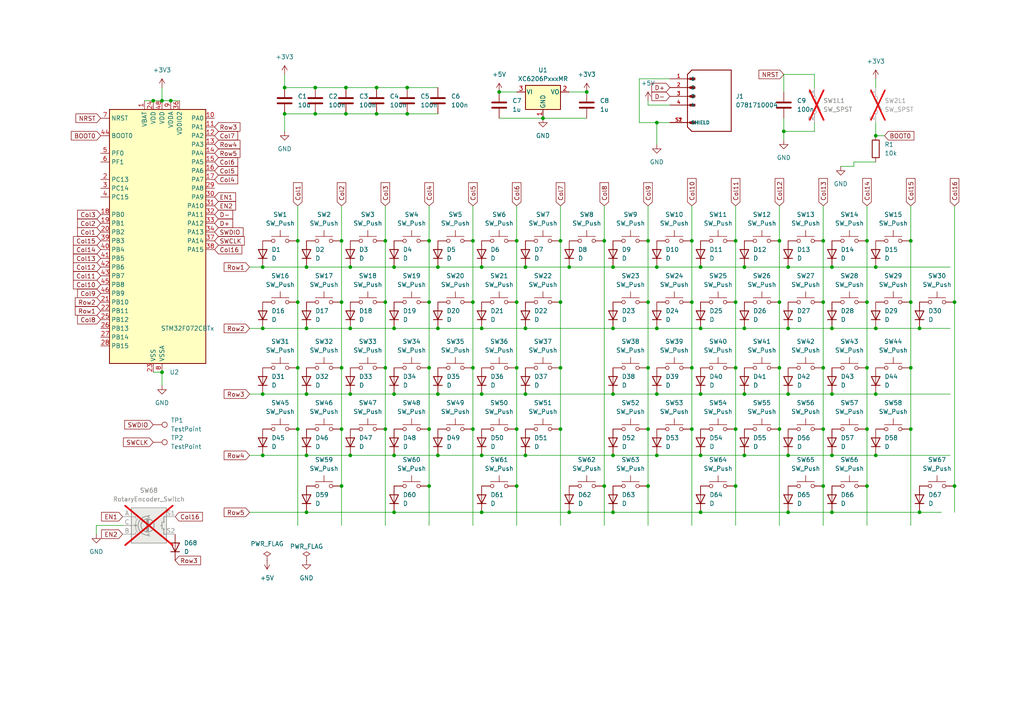
<source format=kicad_sch>
(kicad_sch (version 20231120) (generator "eeschema") (generator_version "8.0")
  (paper "A4")
  (lib_symbols
    (symbol "0781710004:0781710004" (pin_names (offset 1.016))
      (property "Reference" "J" (at 0 8.89 0))
      (property "Value" "0781710004" (at 0 -12.7 0))
      (symbol "0781710004_0_0"
        (pin passive line (at -5.08 5.08 0) (length 5.08) (name "1") (number "1"))
        (pin passive line (at -5.08 2.54 0) (length 5.08) (name "2") (number "2"))
        (pin passive line (at -5.08 0 0) (length 5.08) (name "3") (number "3"))
        (pin passive line (at -5.08 -2.54 0) (length 5.08) (name "4") (number "4"))
        (pin passive line (at -5.08 -7.62 0) (length 5.08) (name "SHIELD") (number "S1"))
        (pin passive line (at -5.08 -7.62 0) (length 5.08) (name "SHIELD") (number "S2"))
      )
    )
    (symbol "Connector:TestPoint" (pin_numbers hide) (pin_names (offset 0.762) hide)
      (property "Reference" "TP" (at 0 6.858 0))
      (property "Value" "TestPoint" (at 0 5.08 0))
      (symbol "TestPoint_1_1"
        (pin passive line (at 0 0 90) (length 2.54) (name "1") (number "1"))
      )
    )
    (symbol "Device:C" (pin_numbers hide) (pin_names (offset 0.254))
      (property "Reference" "C" (at 0.635 2.54 0))
      (property "Value" "C" (at 0.635 -2.54 0))
      (symbol "C_1_1"
        (pin passive line (at 0 3.81 270) (length 2.794) (name "~") (number "1"))
        (pin passive line (at 0 -3.81 90) (length 2.794) (name "~") (number "2"))
      )
    )
    (symbol "Device:D" (pin_numbers hide) (pin_names (offset 1.016) hide)
      (property "Reference" "D" (at 0 2.54 0))
      (property "Value" "D" (at 0 -2.54 0))
      (symbol "D_1_1"
        (pin passive line (at -3.81 0 0) (length 2.54) (name "K") (number "1"))
        (pin passive line (at 3.81 0 180) (length 2.54) (name "A") (number "2"))
      )
    )
    (symbol "Device:R" (pin_numbers hide) (pin_names (offset 0))
      (property "Reference" "R" (at 2.032 0 90))
      (property "Value" "R" (at 0 0 90))
      (symbol "R_1_1"
        (pin passive line (at 0 3.81 270) (length 1.27) (name "~") (number "1"))
        (pin passive line (at 0 -3.81 90) (length 1.27) (name "~") (number "2"))
      )
    )
    (symbol "Device:RotaryEncoder_Switch" (pin_names (offset 0.254) hide)
      (property "Reference" "SW" (at 0 6.604 0))
      (property "Value" "RotaryEncoder_Switch" (at 0 -6.604 0))
      (symbol "RotaryEncoder_Switch_1_1"
        (pin passive line (at -7.62 2.54 0) (length 2.54) (name "A") (number "A"))
        (pin passive line (at -7.62 -2.54 0) (length 2.54) (name "B") (number "B"))
        (pin passive line (at -7.62 0 0) (length 2.54) (name "C") (number "C"))
        (pin passive line (at 7.62 2.54 180) (length 2.54) (name "S1") (number "S1"))
        (pin passive line (at 7.62 -2.54 180) (length 2.54) (name "S2") (number "S2"))
      )
    )
    (symbol "MCU_ST_STM32F0:STM32F072CBTx"
      (property "Reference" "U" (at -12.7 39.37 0))
      (property "Value" "STM32F072CBTx" (at 10.16 39.37 0))
      (symbol "STM32F072CBTx_1_1"
        (pin power_in line (at -2.54 40.64 270) (length 2.54) (name "VBAT") (number "1"))
        (pin bidirectional line (at 17.78 35.56 180) (length 2.54) (name "PA0") (number "10"))
        (pin bidirectional line (at 17.78 33.02 180) (length 2.54) (name "PA1") (number "11"))
        (pin bidirectional line (at 17.78 30.48 180) (length 2.54) (name "PA2") (number "12"))
        (pin bidirectional line (at 17.78 27.94 180) (length 2.54) (name "PA3") (number "13"))
        (pin bidirectional line (at 17.78 25.4 180) (length 2.54) (name "PA4") (number "14"))
        (pin bidirectional line (at 17.78 22.86 180) (length 2.54) (name "PA5") (number "15"))
        (pin bidirectional line (at 17.78 20.32 180) (length 2.54) (name "PA6") (number "16"))
        (pin bidirectional line (at 17.78 17.78 180) (length 2.54) (name "PA7") (number "17"))
        (pin bidirectional line (at -15.24 7.62 0) (length 2.54) (name "PB0") (number "18"))
        (pin bidirectional line (at -15.24 5.08 0) (length 2.54) (name "PB1") (number "19"))
        (pin bidirectional line (at -15.24 17.78 0) (length 2.54) (name "PC13") (number "2"))
        (pin bidirectional line (at -15.24 2.54 0) (length 2.54) (name "PB2") (number "20"))
        (pin bidirectional line (at -15.24 -17.78 0) (length 2.54) (name "PB10") (number "21"))
        (pin bidirectional line (at -15.24 -20.32 0) (length 2.54) (name "PB11") (number "22"))
        (pin power_in line (at 0 -38.1 90) (length 2.54) (name "VSS") (number "23"))
        (pin power_in line (at 0 40.64 270) (length 2.54) (name "VDD") (number "24"))
        (pin bidirectional line (at -15.24 -22.86 0) (length 2.54) (name "PB12") (number "25"))
        (pin bidirectional line (at -15.24 -25.4 0) (length 2.54) (name "PB13") (number "26"))
        (pin bidirectional line (at -15.24 -27.94 0) (length 2.54) (name "PB14") (number "27"))
        (pin bidirectional line (at -15.24 -30.48 0) (length 2.54) (name "PB15") (number "28"))
        (pin bidirectional line (at 17.78 15.24 180) (length 2.54) (name "PA8") (number "29"))
        (pin bidirectional line (at -15.24 15.24 0) (length 2.54) (name "PC14") (number "3"))
        (pin bidirectional line (at 17.78 12.7 180) (length 2.54) (name "PA9") (number "30"))
        (pin bidirectional line (at 17.78 10.16 180) (length 2.54) (name "PA10") (number "31"))
        (pin bidirectional line (at 17.78 7.62 180) (length 2.54) (name "PA11") (number "32"))
        (pin bidirectional line (at 17.78 5.08 180) (length 2.54) (name "PA12") (number "33"))
        (pin bidirectional line (at 17.78 2.54 180) (length 2.54) (name "PA13") (number "34"))
        (pin passive line (at 0 -38.1 90) (length 2.54) hide (name "VSS") (number "35"))
        (pin power_in line (at 7.62 40.64 270) (length 2.54) (name "VDDIO2") (number "36"))
        (pin bidirectional line (at 17.78 0 180) (length 2.54) (name "PA14") (number "37"))
        (pin bidirectional line (at 17.78 -2.54 180) (length 2.54) (name "PA15") (number "38"))
        (pin bidirectional line (at -15.24 0 0) (length 2.54) (name "PB3") (number "39"))
        (pin bidirectional line (at -15.24 12.7 0) (length 2.54) (name "PC15") (number "4"))
        (pin bidirectional line (at -15.24 -2.54 0) (length 2.54) (name "PB4") (number "40"))
        (pin bidirectional line (at -15.24 -5.08 0) (length 2.54) (name "PB5") (number "41"))
        (pin bidirectional line (at -15.24 -7.62 0) (length 2.54) (name "PB6") (number "42"))
        (pin bidirectional line (at -15.24 -10.16 0) (length 2.54) (name "PB7") (number "43"))
        (pin input line (at -15.24 30.48 0) (length 2.54) (name "BOOT0") (number "44"))
        (pin bidirectional line (at -15.24 -12.7 0) (length 2.54) (name "PB8") (number "45"))
        (pin bidirectional line (at -15.24 -15.24 0) (length 2.54) (name "PB9") (number "46"))
        (pin passive line (at 0 -38.1 90) (length 2.54) hide (name "VSS") (number "47"))
        (pin power_in line (at 2.54 40.64 270) (length 2.54) (name "VDD") (number "48"))
        (pin bidirectional line (at -15.24 25.4 0) (length 2.54) (name "PF0") (number "5"))
        (pin bidirectional line (at -15.24 22.86 0) (length 2.54) (name "PF1") (number "6"))
        (pin input line (at -15.24 35.56 0) (length 2.54) (name "NRST") (number "7"))
        (pin power_in line (at 2.54 -38.1 90) (length 2.54) (name "VSSA") (number "8"))
        (pin power_in line (at 5.08 40.64 270) (length 2.54) (name "VDDA") (number "9"))
      )
    )
    (symbol "Regulator_Linear:XC6206PxxxMR" (pin_names (offset 0.254))
      (property "Reference" "U" (at -3.81 3.175 0))
      (property "Value" "XC6206PxxxMR" (at 0 3.175 0))
      (symbol "XC6206PxxxMR_1_1"
        (pin power_in line (at 0 -7.62 90) (length 2.54) (name "GND") (number "1"))
        (pin power_out line (at 7.62 0 180) (length 2.54) (name "VO") (number "2"))
        (pin power_in line (at -7.62 0 0) (length 2.54) (name "VI") (number "3"))
      )
    )
    (symbol "Switch:SW_Push" (pin_numbers hide) (pin_names (offset 1.016) hide)
      (property "Reference" "SW" (at 1.27 2.54 0))
      (property "Value" "SW_Push" (at 0 -1.524 0))
      (symbol "SW_Push_0_1"
        (pin passive line (at -5.08 0 0) (length 2.54) (name "1") (number "1"))
        (pin passive line (at 5.08 0 180) (length 2.54) (name "2") (number "2"))
      )
    )
    (symbol "Switch:SW_SPST" (pin_names (offset 0) hide)
      (property "Reference" "SW" (at 0 3.175 0))
      (property "Value" "SW_SPST" (at 0 -2.54 0))
      (symbol "SW_SPST_1_1"
        (pin passive line (at -5.08 0 0) (length 2.54) (name "A") (number "1"))
        (pin passive line (at 5.08 0 180) (length 2.54) (name "B") (number "2"))
      )
    )
    (symbol "power:+3V3" (power) (pin_names (offset 0))
      (property "Value" "+3V3" (at 0 3.556 0))
      (symbol "+3V3_1_1"
        (pin power_in line (at 0 0 90) (length 0) hide (name "+3V3") (number "1"))
      )
    )
    (symbol "power:+5V" (power) (pin_names (offset 0))
      (property "Value" "+5V" (at 0 3.556 0))
      (symbol "+5V_1_1"
        (pin power_in line (at 0 0 90) (length 0) hide (name "+5V") (number "1"))
      )
    )
    (symbol "power:GND" (power) (pin_names (offset 0))
      (property "Value" "GND" (at 0 -3.81 0))
      (symbol "GND_1_1"
        (pin power_in line (at 0 0 270) (length 0) hide (name "GND") (number "1"))
      )
    )
    (symbol "power:PWR_FLAG" (power) (pin_numbers hide) (pin_names (offset 0) hide)
      (property "Value" "PWR_FLAG" (at 0 3.81 0))
      (symbol "PWR_FLAG_0_0"
        (pin power_out line (at 0 0 90) (length 0) (name "pwr") (number "1"))
      )
    )
  )
  (junction (at 226.06 106.68))
  (junction (at 88.9 95.25))
  (junction (at 137.16 106.68))
  (junction (at 86.36 69.85))
  (junction (at 44.45 29.21))
  (junction (at 100.33 33.02))
  (junction (at 139.7 132.08))
  (junction (at 124.46 124.46))
  (junction (at 215.9 95.25))
  (junction (at 118.11 33.02))
  (junction (at 88.9 77.47))
  (junction (at 111.76 69.85))
  (junction (at 264.16 124.46))
  (junction (at 144.78 26.67))
  (junction (at 226.06 87.63))
  (junction (at 88.9 148.59))
  (junction (at 127 114.3))
  (junction (at 170.18 26.67))
  (junction (at 76.2 132.08))
  (junction (at 238.76 87.63))
  (junction (at 46.99 107.95))
  (junction (at 200.66 87.63))
  (junction (at 152.4 114.3))
  (junction (at 76.2 77.47))
  (junction (at 203.2 114.3))
  (junction (at 241.3 114.3))
  (junction (at 276.86 140.97))
  (junction (at 149.86 140.97))
  (junction (at 86.36 106.68))
  (junction (at 200.66 69.85))
  (junction (at 162.56 69.85))
  (junction (at 152.4 132.08))
  (junction (at 203.2 148.59))
  (junction (at 254 114.3))
  (junction (at 111.76 87.63))
  (junction (at 226.06 69.85))
  (junction (at 254 132.08))
  (junction (at 254 39.37))
  (junction (at 215.9 77.47))
  (junction (at 109.22 25.4))
  (junction (at 162.56 124.46))
  (junction (at 76.2 114.3))
  (junction (at 124.46 106.68))
  (junction (at 228.6 77.47))
  (junction (at 124.46 140.97))
  (junction (at 177.8 77.47))
  (junction (at 264.16 106.68))
  (junction (at 114.3 114.3))
  (junction (at 251.46 106.68))
  (junction (at 137.16 87.63))
  (junction (at 91.44 25.4))
  (junction (at 137.16 69.85))
  (junction (at 241.3 148.59))
  (junction (at 254 77.47))
  (junction (at 124.46 87.63))
  (junction (at 162.56 87.63))
  (junction (at 227.33 38.1))
  (junction (at 139.7 148.59))
  (junction (at 177.8 132.08))
  (junction (at 114.3 132.08))
  (junction (at 49.53 29.21))
  (junction (at 127 132.08))
  (junction (at 200.66 124.46))
  (junction (at 190.5 35.56))
  (junction (at 165.1 148.59))
  (junction (at 86.36 87.63))
  (junction (at 254 95.25))
  (junction (at 187.96 69.85))
  (junction (at 228.6 95.25))
  (junction (at 88.9 132.08))
  (junction (at 157.48 34.29))
  (junction (at 99.06 106.68))
  (junction (at 139.7 77.47))
  (junction (at 200.66 106.68))
  (junction (at 139.7 95.25))
  (junction (at 149.86 69.85))
  (junction (at 241.3 77.47))
  (junction (at 149.86 106.68))
  (junction (at 187.96 124.46))
  (junction (at 114.3 77.47))
  (junction (at 152.4 95.25))
  (junction (at 175.26 140.97))
  (junction (at 238.76 124.46))
  (junction (at 111.76 124.46))
  (junction (at 91.44 33.02))
  (junction (at 213.36 69.85))
  (junction (at 228.6 132.08))
  (junction (at 137.16 124.46))
  (junction (at 203.2 77.47))
  (junction (at 251.46 69.85))
  (junction (at 165.1 77.47))
  (junction (at 114.3 148.59))
  (junction (at 118.11 25.4))
  (junction (at 109.22 33.02))
  (junction (at 86.36 124.46))
  (junction (at 152.4 77.47))
  (junction (at 238.76 140.97))
  (junction (at 251.46 124.46))
  (junction (at 46.99 29.21))
  (junction (at 149.86 124.46))
  (junction (at 213.36 140.97))
  (junction (at 228.6 114.3))
  (junction (at 100.33 25.4))
  (junction (at 190.5 95.25))
  (junction (at 187.96 106.68))
  (junction (at 101.6 95.25))
  (junction (at 177.8 148.59))
  (junction (at 251.46 87.63))
  (junction (at 226.06 124.46))
  (junction (at 162.56 106.68))
  (junction (at 127 95.25))
  (junction (at 124.46 69.85))
  (junction (at 213.36 106.68))
  (junction (at 82.55 33.02))
  (junction (at 99.06 69.85))
  (junction (at 213.36 124.46))
  (junction (at 276.86 87.63))
  (junction (at 101.6 114.3))
  (junction (at 190.5 114.3))
  (junction (at 215.9 114.3))
  (junction (at 114.3 95.25))
  (junction (at 238.76 69.85))
  (junction (at 111.76 106.68))
  (junction (at 266.7 148.59))
  (junction (at 139.7 114.3))
  (junction (at 76.2 95.25))
  (junction (at 266.7 95.25))
  (junction (at 213.36 87.63))
  (junction (at 187.96 87.63))
  (junction (at 203.2 95.25))
  (junction (at 228.6 148.59))
  (junction (at 177.8 95.25))
  (junction (at 251.46 140.97))
  (junction (at 215.9 132.08))
  (junction (at 241.3 95.25))
  (junction (at 238.76 106.68))
  (junction (at 149.86 87.63))
  (junction (at 187.96 140.97))
  (junction (at 101.6 77.47))
  (junction (at 88.9 114.3))
  (junction (at 127 77.47))
  (junction (at 82.55 25.4))
  (junction (at 190.5 77.47))
  (junction (at 203.2 132.08))
  (junction (at 190.5 132.08))
  (junction (at 264.16 69.85))
  (junction (at 99.06 87.63))
  (junction (at 241.3 132.08))
  (junction (at 175.26 69.85))
  (junction (at 177.8 114.3))
  (junction (at 99.06 140.97))
  (junction (at 99.06 124.46))
  (junction (at 101.6 132.08))
  (junction (at 264.16 87.63))
  (wire (pts (xy 118.11 25.4) (xy 127 25.4)))
  (wire (pts (xy 72.39 95.25) (xy 76.2 95.25)))
  (wire (pts (xy 213.36 140.97) (xy 213.36 152.4)))
  (wire (pts (xy 152.4 132.08) (xy 177.8 132.08)))
  (wire (pts (xy 139.7 95.25) (xy 152.4 95.25)))
  (wire (pts (xy 144.78 34.29) (xy 157.48 34.29)))
  (wire (pts (xy 162.56 69.85) (xy 162.56 87.63)))
  (wire (pts (xy 203.2 132.08) (xy 215.9 132.08)))
  (wire (pts (xy 127 114.3) (xy 139.7 114.3)))
  (wire (pts (xy 162.56 59.69) (xy 162.56 69.85)))
  (wire (pts (xy 241.3 95.25) (xy 254 95.25)))
  (wire (pts (xy 111.76 124.46) (xy 111.76 152.4)))
  (wire (pts (xy 41.91 29.21) (xy 44.45 29.21)))
  (wire (pts (xy 76.2 95.25) (xy 88.9 95.25)))
  (wire (pts (xy 111.76 69.85) (xy 111.76 87.63)))
  (wire (pts (xy 124.46 87.63) (xy 124.46 106.68)))
  (wire (pts (xy 127 77.47) (xy 139.7 77.47)))
  (wire (pts (xy 165.1 148.59) (xy 177.8 148.59)))
  (wire (pts (xy 238.76 69.85) (xy 238.76 87.63)))
  (wire (pts (xy 200.66 87.63) (xy 200.66 106.68)))
  (wire (pts (xy 251.46 106.68) (xy 251.46 124.46)))
  (wire (pts (xy 162.56 124.46) (xy 162.56 152.4)))
  (wire (pts (xy 76.2 132.08) (xy 88.9 132.08)))
  (wire (pts (xy 251.46 140.97) (xy 251.46 152.4)))
  (wire (pts (xy 137.16 69.85) (xy 137.16 87.63)))
  (wire (pts (xy 226.06 69.85) (xy 226.06 87.63)))
  (wire (pts (xy 99.06 59.69) (xy 99.06 69.85)))
  (wire (pts (xy 215.9 132.08) (xy 228.6 132.08)))
  (wire (pts (xy 137.16 124.46) (xy 137.16 152.4)))
  (wire (pts (xy 109.22 33.02) (xy 100.33 33.02)))
  (wire (pts (xy 76.2 114.3) (xy 88.9 114.3)))
  (wire (pts (xy 99.06 69.85) (xy 99.06 87.63)))
  (wire (pts (xy 264.16 69.85) (xy 264.16 87.63)))
  (wire (pts (xy 124.46 140.97) (xy 124.46 152.4)))
  (wire (pts (xy 226.06 106.68) (xy 226.06 124.46)))
  (wire (pts (xy 101.6 95.25) (xy 114.3 95.25)))
  (wire (pts (xy 251.46 59.69) (xy 251.46 69.85)))
  (wire (pts (xy 88.9 132.08) (xy 101.6 132.08)))
  (wire (pts (xy 190.5 35.56) (xy 194.31 35.56)))
  (wire (pts (xy 91.44 25.4) (xy 100.33 25.4)))
  (wire (pts (xy 236.22 35.56) (xy 236.22 38.1)))
  (wire (pts (xy 228.6 114.3) (xy 241.3 114.3)))
  (wire (pts (xy 86.36 69.85) (xy 86.36 87.63)))
  (wire (pts (xy 88.9 95.25) (xy 101.6 95.25)))
  (wire (pts (xy 241.3 148.59) (xy 266.7 148.59)))
  (wire (pts (xy 137.16 59.69) (xy 137.16 69.85)))
  (wire (pts (xy 86.36 59.69) (xy 86.36 69.85)))
  (wire (pts (xy 227.33 34.29) (xy 227.33 38.1)))
  (wire (pts (xy 35.56 152.4) (xy 27.94 152.4)))
  (wire (pts (xy 157.48 34.29) (xy 170.18 34.29)))
  (wire (pts (xy 213.36 59.69) (xy 213.36 69.85)))
  (wire (pts (xy 254 114.3) (xy 275.59 114.3)))
  (wire (pts (xy 190.5 114.3) (xy 203.2 114.3)))
  (wire (pts (xy 137.16 87.63) (xy 137.16 106.68)))
  (wire (pts (xy 256.54 39.37) (xy 254 39.37)))
  (wire (pts (xy 264.16 124.46) (xy 264.16 152.4)))
  (wire (pts (xy 215.9 77.47) (xy 228.6 77.47)))
  (wire (pts (xy 152.4 114.3) (xy 177.8 114.3)))
  (wire (pts (xy 72.39 77.47) (xy 76.2 77.47)))
  (wire (pts (xy 44.45 29.21) (xy 46.99 29.21)))
  (wire (pts (xy 187.96 30.48) (xy 194.31 30.48)))
  (wire (pts (xy 187.96 87.63) (xy 187.96 106.68)))
  (wire (pts (xy 247.65 48.26) (xy 247.65 46.99)))
  (wire (pts (xy 185.42 22.86) (xy 194.31 22.86)))
  (wire (pts (xy 190.5 132.08) (xy 203.2 132.08)))
  (wire (pts (xy 228.6 77.47) (xy 241.3 77.47)))
  (wire (pts (xy 187.96 59.69) (xy 187.96 69.85)))
  (wire (pts (xy 251.46 87.63) (xy 251.46 106.68)))
  (wire (pts (xy 127 33.02) (xy 118.11 33.02)))
  (wire (pts (xy 251.46 69.85) (xy 251.46 87.63)))
  (wire (pts (xy 227.33 38.1) (xy 236.22 38.1)))
  (wire (pts (xy 86.36 124.46) (xy 86.36 152.4)))
  (wire (pts (xy 72.39 114.3) (xy 76.2 114.3)))
  (wire (pts (xy 190.5 95.25) (xy 203.2 95.25)))
  (wire (pts (xy 111.76 106.68) (xy 111.76 124.46)))
  (wire (pts (xy 149.86 69.85) (xy 149.86 87.63)))
  (wire (pts (xy 238.76 106.68) (xy 238.76 124.46)))
  (wire (pts (xy 241.3 77.47) (xy 254 77.47)))
  (wire (pts (xy 251.46 124.46) (xy 251.46 140.97)))
  (wire (pts (xy 149.86 59.69) (xy 149.86 69.85)))
  (wire (pts (xy 124.46 106.68) (xy 124.46 124.46)))
  (wire (pts (xy 175.26 69.85) (xy 175.26 140.97)))
  (wire (pts (xy 203.2 77.47) (xy 215.9 77.47)))
  (wire (pts (xy 111.76 87.63) (xy 111.76 106.68)))
  (wire (pts (xy 187.96 124.46) (xy 187.96 140.97)))
  (wire (pts (xy 177.8 114.3) (xy 190.5 114.3)))
  (wire (pts (xy 86.36 106.68) (xy 86.36 124.46)))
  (wire (pts (xy 88.9 114.3) (xy 101.6 114.3)))
  (wire (pts (xy 152.4 95.25) (xy 177.8 95.25)))
  (wire (pts (xy 152.4 77.47) (xy 165.1 77.47)))
  (wire (pts (xy 99.06 87.63) (xy 99.06 106.68)))
  (wire (pts (xy 264.16 106.68) (xy 264.16 124.46)))
  (wire (pts (xy 226.06 87.63) (xy 226.06 106.68)))
  (wire (pts (xy 114.3 95.25) (xy 127 95.25)))
  (wire (pts (xy 91.44 33.02) (xy 82.55 33.02)))
  (wire (pts (xy 200.66 59.69) (xy 200.66 69.85)))
  (wire (pts (xy 82.55 25.4) (xy 91.44 25.4)))
  (wire (pts (xy 118.11 33.02) (xy 109.22 33.02)))
  (wire (pts (xy 177.8 148.59) (xy 203.2 148.59)))
  (wire (pts (xy 247.65 46.99) (xy 254 46.99)))
  (wire (pts (xy 139.7 77.47) (xy 152.4 77.47)))
  (wire (pts (xy 243.84 48.26) (xy 247.65 48.26)))
  (wire (pts (xy 254 77.47) (xy 275.59 77.47)))
  (wire (pts (xy 46.99 25.4) (xy 46.99 29.21)))
  (wire (pts (xy 127 95.25) (xy 139.7 95.25)))
  (wire (pts (xy 238.76 140.97) (xy 238.76 152.4)))
  (wire (pts (xy 162.56 106.68) (xy 162.56 124.46)))
  (wire (pts (xy 241.3 114.3) (xy 254 114.3)))
  (wire (pts (xy 72.39 148.59) (xy 88.9 148.59)))
  (wire (pts (xy 165.1 26.67) (xy 170.18 26.67)))
  (wire (pts (xy 88.9 77.47) (xy 101.6 77.47)))
  (wire (pts (xy 177.8 95.25) (xy 190.5 95.25)))
  (wire (pts (xy 241.3 132.08) (xy 254 132.08)))
  (wire (pts (xy 46.99 107.95) (xy 46.99 111.76)))
  (wire (pts (xy 175.26 140.97) (xy 175.26 152.4)))
  (wire (pts (xy 254 25.4) (xy 254 22.86)))
  (wire (pts (xy 213.36 106.68) (xy 213.36 124.46)))
  (wire (pts (xy 276.86 87.63) (xy 276.86 140.97)))
  (wire (pts (xy 203.2 114.3) (xy 215.9 114.3)))
  (wire (pts (xy 228.6 148.59) (xy 241.3 148.59)))
  (wire (pts (xy 46.99 29.21) (xy 49.53 29.21)))
  (wire (pts (xy 228.6 132.08) (xy 241.3 132.08)))
  (wire (pts (xy 109.22 25.4) (xy 118.11 25.4)))
  (wire (pts (xy 27.94 152.4) (xy 27.94 154.94)))
  (wire (pts (xy 49.53 29.21) (xy 52.07 29.21)))
  (wire (pts (xy 266.7 148.59) (xy 273.05 148.59)))
  (wire (pts (xy 228.6 95.25) (xy 241.3 95.25)))
  (wire (pts (xy 99.06 106.68) (xy 99.06 124.46)))
  (wire (pts (xy 86.36 87.63) (xy 86.36 106.68)))
  (wire (pts (xy 149.86 26.67) (xy 144.78 26.67)))
  (wire (pts (xy 200.66 124.46) (xy 200.66 152.4)))
  (wire (pts (xy 149.86 87.63) (xy 149.86 106.68)))
  (wire (pts (xy 200.66 106.68) (xy 200.66 124.46)))
  (wire (pts (xy 149.86 106.68) (xy 149.86 124.46)))
  (wire (pts (xy 264.16 59.69) (xy 264.16 69.85)))
  (wire (pts (xy 226.06 124.46) (xy 226.06 152.4)))
  (wire (pts (xy 88.9 148.59) (xy 114.3 148.59)))
  (wire (pts (xy 149.86 140.97) (xy 149.86 152.4)))
  (wire (pts (xy 215.9 95.25) (xy 228.6 95.25)))
  (wire (pts (xy 72.39 132.08) (xy 76.2 132.08)))
  (wire (pts (xy 266.7 95.25) (xy 275.59 95.25)))
  (wire (pts (xy 82.55 33.02) (xy 82.55 38.1)))
  (wire (pts (xy 177.8 132.08) (xy 190.5 132.08)))
  (wire (pts (xy 276.86 140.97) (xy 276.86 148.59)))
  (wire (pts (xy 227.33 21.59) (xy 236.22 21.59)))
  (wire (pts (xy 236.22 21.59) (xy 236.22 25.4)))
  (wire (pts (xy 213.36 124.46) (xy 213.36 140.97)))
  (wire (pts (xy 139.7 148.59) (xy 165.1 148.59)))
  (wire (pts (xy 254 95.25) (xy 266.7 95.25)))
  (wire (pts (xy 226.06 59.69) (xy 226.06 69.85)))
  (wire (pts (xy 162.56 87.63) (xy 162.56 106.68)))
  (wire (pts (xy 99.06 140.97) (xy 99.06 152.4)))
  (wire (pts (xy 254 132.08) (xy 275.59 132.08)))
  (wire (pts (xy 124.46 69.85) (xy 124.46 87.63)))
  (wire (pts (xy 76.2 77.47) (xy 88.9 77.47)))
  (wire (pts (xy 238.76 59.69) (xy 238.76 69.85)))
  (wire (pts (xy 99.06 124.46) (xy 99.06 140.97)))
  (wire (pts (xy 137.16 106.68) (xy 137.16 124.46)))
  (wire (pts (xy 101.6 77.47) (xy 114.3 77.47)))
  (wire (pts (xy 213.36 87.63) (xy 213.36 106.68)))
  (wire (pts (xy 203.2 95.25) (xy 215.9 95.25)))
  (wire (pts (xy 276.86 59.69) (xy 276.86 87.63)))
  (wire (pts (xy 238.76 124.46) (xy 238.76 140.97)))
  (wire (pts (xy 101.6 114.3) (xy 114.3 114.3)))
  (wire (pts (xy 185.42 22.86) (xy 185.42 35.56)))
  (wire (pts (xy 165.1 77.47) (xy 177.8 77.47)))
  (wire (pts (xy 254 35.56) (xy 254 39.37)))
  (wire (pts (xy 139.7 114.3) (xy 152.4 114.3)))
  (wire (pts (xy 114.3 77.47) (xy 127 77.47)))
  (wire (pts (xy 187.96 140.97) (xy 187.96 152.4)))
  (wire (pts (xy 149.86 124.46) (xy 149.86 140.97)))
  (wire (pts (xy 213.36 69.85) (xy 213.36 87.63)))
  (wire (pts (xy 114.3 148.59) (xy 139.7 148.59)))
  (wire (pts (xy 185.42 35.56) (xy 190.5 35.56)))
  (wire (pts (xy 190.5 41.91) (xy 190.5 35.56)))
  (wire (pts (xy 203.2 148.59) (xy 228.6 148.59)))
  (wire (pts (xy 227.33 21.59) (xy 227.33 26.67)))
  (wire (pts (xy 264.16 87.63) (xy 264.16 106.68)))
  (wire (pts (xy 101.6 132.08) (xy 114.3 132.08)))
  (wire (pts (xy 100.33 33.02) (xy 91.44 33.02)))
  (wire (pts (xy 227.33 38.1) (xy 227.33 40.64)))
  (wire (pts (xy 114.3 114.3) (xy 127 114.3)))
  (wire (pts (xy 215.9 114.3) (xy 228.6 114.3)))
  (wire (pts (xy 238.76 87.63) (xy 238.76 106.68)))
  (wire (pts (xy 111.76 59.69) (xy 111.76 69.85)))
  (wire (pts (xy 124.46 59.69) (xy 124.46 69.85)))
  (wire (pts (xy 200.66 69.85) (xy 200.66 87.63)))
  (wire (pts (xy 82.55 21.59) (xy 82.55 25.4)))
  (wire (pts (xy 139.7 132.08) (xy 152.4 132.08)))
  (wire (pts (xy 190.5 77.47) (xy 203.2 77.47)))
  (wire (pts (xy 187.96 29.21) (xy 187.96 30.48)))
  (wire (pts (xy 44.45 107.95) (xy 46.99 107.95)))
  (wire (pts (xy 100.33 25.4) (xy 109.22 25.4)))
  (wire (pts (xy 124.46 124.46) (xy 124.46 140.97)))
  (wire (pts (xy 127 132.08) (xy 139.7 132.08)))
  (wire (pts (xy 187.96 69.85) (xy 187.96 87.63)))
  (wire (pts (xy 114.3 132.08) (xy 127 132.08)))
  (wire (pts (xy 187.96 106.68) (xy 187.96 124.46)))
  (wire (pts (xy 177.8 77.47) (xy 190.5 77.47)))
  (wire (pts (xy 175.26 59.69) (xy 175.26 69.85)))
  (global_label "Col10" (shape input) (at 200.66 59.69 90) (property "Intersheetrefs" "${INTERSHEET_REFS}" (effects (hide yes))))
  (global_label "Col13" (shape input) (at 238.76 59.69 90) (property "Intersheetrefs" "${INTERSHEET_REFS}" (effects (hide yes))))
  (global_label "Col2" (shape input) (at 99.06 59.69 90) (property "Intersheetrefs" "${INTERSHEET_REFS}" (effects (hide yes))))
  (global_label "Col16" (shape input) (at 62.23 72.39 0) (property "Intersheetrefs" "${INTERSHEET_REFS}" (effects (hide yes))))
  (global_label "Col2" (shape input) (at 29.21 64.77 180) (property "Intersheetrefs" "${INTERSHEET_REFS}" (effects (hide yes))))
  (global_label "Row4" (shape input) (at 62.23 41.91 0) (property "Intersheetrefs" "${INTERSHEET_REFS}" (effects (hide yes))))
  (global_label "BOOT0" (shape input) (at 29.21 39.37 180) (property "Intersheetrefs" "${INTERSHEET_REFS}" (effects (hide yes))))
  (global_label "Row2" (shape input) (at 72.39 95.25 180) (property "Intersheetrefs" "${INTERSHEET_REFS}" (effects (hide yes))))
  (global_label "Col4" (shape input) (at 124.46 59.69 90) (property "Intersheetrefs" "${INTERSHEET_REFS}" (effects (hide yes))))
  (global_label "Row1" (shape input) (at 72.39 77.47 180) (property "Intersheetrefs" "${INTERSHEET_REFS}" (effects (hide yes))))
  (global_label "Col14" (shape input) (at 29.21 72.39 180) (property "Intersheetrefs" "${INTERSHEET_REFS}" (effects (hide yes))))
  (global_label "D-" (shape input) (at 194.31 27.94 180) (property "Intersheetrefs" "${INTERSHEET_REFS}" (effects (hide yes))))
  (global_label "NRST" (shape input) (at 227.33 21.59 180) (property "Intersheetrefs" "${INTERSHEET_REFS}" (effects (hide yes))))
  (global_label "D+" (shape input) (at 194.31 25.4 180) (property "Intersheetrefs" "${INTERSHEET_REFS}" (effects (hide yes))))
  (global_label "Row3" (shape input) (at 50.8 162.56 0) (property "Intersheetrefs" "${INTERSHEET_REFS}" (effects (hide yes))))
  (global_label "Col12" (shape input) (at 226.06 59.69 90) (property "Intersheetrefs" "${INTERSHEET_REFS}" (effects (hide yes))))
  (global_label "Row2" (shape input) (at 29.21 87.63 180) (property "Intersheetrefs" "${INTERSHEET_REFS}" (effects (hide yes))))
  (global_label "Col1" (shape input) (at 29.21 67.31 180) (property "Intersheetrefs" "${INTERSHEET_REFS}" (effects (hide yes))))
  (global_label "Row3" (shape input) (at 72.39 114.3 180) (property "Intersheetrefs" "${INTERSHEET_REFS}" (effects (hide yes))))
  (global_label "Col15" (shape input) (at 264.16 59.69 90) (property "Intersheetrefs" "${INTERSHEET_REFS}" (effects (hide yes))))
  (global_label "Col5" (shape input) (at 62.23 49.53 0) (property "Intersheetrefs" "${INTERSHEET_REFS}" (effects (hide yes))))
  (global_label "Row5" (shape input) (at 62.23 44.45 0) (property "Intersheetrefs" "${INTERSHEET_REFS}" (effects (hide yes))))
  (global_label "Col4" (shape input) (at 62.23 52.07 0) (property "Intersheetrefs" "${INTERSHEET_REFS}" (effects (hide yes))))
  (global_label "SWDIO" (shape input) (at 62.23 67.31 0) (property "Intersheetrefs" "${INTERSHEET_REFS}" (effects (hide yes))))
  (global_label "Col16" (shape input) (at 50.8 149.86 0) (property "Intersheetrefs" "${INTERSHEET_REFS}" (effects (hide yes))))
  (global_label "Row4" (shape input) (at 72.39 132.08 180) (property "Intersheetrefs" "${INTERSHEET_REFS}" (effects (hide yes))))
  (global_label "Col15" (shape input) (at 29.21 69.85 180) (property "Intersheetrefs" "${INTERSHEET_REFS}" (effects (hide yes))))
  (global_label "EN1" (shape input) (at 62.23 57.15 0) (property "Intersheetrefs" "${INTERSHEET_REFS}" (effects (hide yes))))
  (global_label "SWDIO" (shape input) (at 44.45 123.19 180) (property "Intersheetrefs" "${INTERSHEET_REFS}" (effects (hide yes))))
  (global_label "EN2" (shape input) (at 35.56 154.94 180) (property "Intersheetrefs" "${INTERSHEET_REFS}" (effects (hide yes))))
  (global_label "Col6" (shape input) (at 62.23 46.99 0) (property "Intersheetrefs" "${INTERSHEET_REFS}" (effects (hide yes))))
  (global_label "SWCLK" (shape input) (at 62.23 69.85 0) (property "Intersheetrefs" "${INTERSHEET_REFS}" (effects (hide yes))))
  (global_label "Col10" (shape input) (at 29.21 82.55 180) (property "Intersheetrefs" "${INTERSHEET_REFS}" (effects (hide yes))))
  (global_label "BOOT0" (shape input) (at 256.54 39.37 0) (property "Intersheetrefs" "${INTERSHEET_REFS}" (effects (hide yes))))
  (global_label "Col16" (shape input) (at 276.86 59.69 90) (property "Intersheetrefs" "${INTERSHEET_REFS}" (effects (hide yes))))
  (global_label "Row5" (shape input) (at 72.39 148.59 180) (property "Intersheetrefs" "${INTERSHEET_REFS}" (effects (hide yes))))
  (global_label "Row3" (shape input) (at 62.23 36.83 0) (property "Intersheetrefs" "${INTERSHEET_REFS}" (effects (hide yes))))
  (global_label "EN1" (shape input) (at 35.56 149.86 180) (property "Intersheetrefs" "${INTERSHEET_REFS}" (effects (hide yes))))
  (global_label "Col11" (shape input) (at 213.36 59.69 90) (property "Intersheetrefs" "${INTERSHEET_REFS}" (effects (hide yes))))
  (global_label "Col5" (shape input) (at 137.16 59.69 90) (property "Intersheetrefs" "${INTERSHEET_REFS}" (effects (hide yes))))
  (global_label "D+" (shape input) (at 62.23 64.77 0) (property "Intersheetrefs" "${INTERSHEET_REFS}" (effects (hide yes))))
  (global_label "Col9" (shape input) (at 29.21 85.09 180) (property "Intersheetrefs" "${INTERSHEET_REFS}" (effects (hide yes))))
  (global_label "Col14" (shape input) (at 251.46 59.69 90) (property "Intersheetrefs" "${INTERSHEET_REFS}" (effects (hide yes))))
  (global_label "Col3" (shape input) (at 111.76 59.69 90) (property "Intersheetrefs" "${INTERSHEET_REFS}" (effects (hide yes))))
  (global_label "Col7" (shape input) (at 162.56 59.69 90) (property "Intersheetrefs" "${INTERSHEET_REFS}" (effects (hide yes))))
  (global_label "Col1" (shape input) (at 86.36 59.69 90) (property "Intersheetrefs" "${INTERSHEET_REFS}" (effects (hide yes))))
  (global_label "Col9" (shape input) (at 187.96 59.69 90) (property "Intersheetrefs" "${INTERSHEET_REFS}" (effects (hide yes))))
  (global_label "Col8" (shape input) (at 175.26 59.69 90) (property "Intersheetrefs" "${INTERSHEET_REFS}" (effects (hide yes))))
  (global_label "Col8" (shape input) (at 29.21 92.71 180) (property "Intersheetrefs" "${INTERSHEET_REFS}" (effects (hide yes))))
  (global_label "D-" (shape input) (at 62.23 62.23 0) (property "Intersheetrefs" "${INTERSHEET_REFS}" (effects (hide yes))))
  (global_label "Col11" (shape input) (at 29.21 80.01 180) (property "Intersheetrefs" "${INTERSHEET_REFS}" (effects (hide yes))))
  (global_label "Col3" (shape input) (at 29.21 62.23 180) (property "Intersheetrefs" "${INTERSHEET_REFS}" (effects (hide yes))))
  (global_label "SWCLK" (shape input) (at 44.45 128.27 180) (property "Intersheetrefs" "${INTERSHEET_REFS}" (effects (hide yes))))
  (global_label "Col6" (shape input) (at 149.86 59.69 90) (property "Intersheetrefs" "${INTERSHEET_REFS}" (effects (hide yes))))
  (global_label "Row1" (shape input) (at 29.21 90.17 180) (property "Intersheetrefs" "${INTERSHEET_REFS}" (effects (hide yes))))
  (global_label "EN2" (shape input) (at 62.23 59.69 0) (property "Intersheetrefs" "${INTERSHEET_REFS}" (effects (hide yes))))
  (global_label "Col13" (shape input) (at 29.21 74.93 180) (property "Intersheetrefs" "${INTERSHEET_REFS}" (effects (hide yes))))
  (global_label "Col12" (shape input) (at 29.21 77.47 180) (property "Intersheetrefs" "${INTERSHEET_REFS}" (effects (hide yes))))
  (global_label "Col7" (shape input) (at 62.23 39.37 0) (property "Intersheetrefs" "${INTERSHEET_REFS}" (effects (hide yes))))
  (global_label "NRST" (shape input) (at 29.21 34.29 180) (property "Intersheetrefs" "${INTERSHEET_REFS}" (effects (hide yes))))
  (symbol (lib_id "Device:D") (at 215.9 73.66 90) (unit 1)
    (property "Reference" "D12" (at 218.44 72.39 90) (effects (justify right)))
    (property "Value" "D" (at 218.44 74.93 90) (effects (justify right)))
    (property "Footprint" "Diode_SMD:D_SOD-123" (effects (hide yes)))
    (property "Sim.Device" "D" (effects (hide yes)))
    (property "Sim.Pins" "1=K 2=A" (effects (hide yes)))
  )
  (symbol (lib_id "Switch:SW_Push") (at 208.28 124.46 0) (unit 1)
    (property "Reference" "SW54" (at 208.28 116.84 0))
    (property "Value" "SW_Push" (at 208.28 119.38 0))
    (property "Footprint" "MX_Hotswap:MX-Hotswap-1U" (effects (hide yes)))
  )
  (symbol (lib_id "Device:D") (at 88.9 73.66 90) (unit 1)
    (property "Reference" "D2" (at 91.44 72.39 90) (effects (justify right)))
    (property "Value" "D" (at 91.44 74.93 90) (effects (justify right)))
    (property "Footprint" "Diode_SMD:D_SOD-123" (effects (hide yes)))
    (property "Sim.Device" "D" (effects (hide yes)))
    (property "Sim.Pins" "1=K 2=A" (effects (hide yes)))
  )
  (symbol (lib_id "Device:D") (at 177.8 73.66 90) (unit 1)
    (property "Reference" "D9" (at 180.34 72.39 90) (effects (justify right)))
    (property "Value" "D" (at 180.34 74.93 90) (effects (justify right)))
    (property "Footprint" "Diode_SMD:D_SOD-123" (effects (hide yes)))
    (property "Sim.Device" "D" (effects (hide yes)))
    (property "Sim.Pins" "1=K 2=A" (effects (hide yes)))
  )
  (symbol (lib_id "power:+3V3") (at 170.18 26.67 0) (unit 1)
    (property "Reference" "#PWR06" (effects (hide yes)))
    (property "Value" "+3V3" (at 170.18 21.59 0))
  )
  (symbol (lib_id "Switch:SW_Push") (at 157.48 87.63 0) (unit 1)
    (property "Reference" "SW22" (at 157.48 80.01 0))
    (property "Value" "SW_Push" (at 157.48 82.55 0))
    (property "Footprint" "MX_Hotswap:MX-Hotswap-1U" (effects (hide yes)))
  )
  (symbol (lib_id "Device:D") (at 76.2 91.44 90) (unit 1)
    (property "Reference" "D16" (at 78.74 90.17 90) (effects (justify right)))
    (property "Value" "D" (at 78.74 92.71 90) (effects (justify right)))
    (property "Footprint" "Diode_SMD:D_SOD-123" (effects (hide yes)))
    (property "Sim.Device" "D" (effects (hide yes)))
    (property "Sim.Pins" "1=K 2=A" (effects (hide yes)))
  )
  (symbol (lib_id "Switch:SW_Push") (at 170.18 140.97 0) (unit 1)
    (property "Reference" "SW62" (at 170.18 133.35 0))
    (property "Value" "SW_Push" (at 170.18 135.89 0))
    (property "Footprint" "MX_Hotswap:MX-Hotswap-1U" (effects (hide yes)))
  )
  (symbol (lib_id "Device:D") (at 215.9 128.27 90) (unit 1)
    (property "Reference" "D55" (at 218.44 127 90) (effects (justify right)))
    (property "Value" "D" (at 218.44 129.54 90) (effects (justify right)))
    (property "Footprint" "Diode_SMD:D_SOD-123" (effects (hide yes)))
    (property "Sim.Device" "D" (effects (hide yes)))
    (property "Sim.Pins" "1=K 2=A" (effects (hide yes)))
  )
  (symbol (lib_id "Switch:SW_Push") (at 195.58 69.85 0) (unit 1)
    (property "Reference" "SW10" (at 195.58 62.23 0))
    (property "Value" "SW_Push" (at 195.58 64.77 0))
    (property "Footprint" "MX_Hotswap:MX-Hotswap-1U" (effects (hide yes)))
  )
  (symbol (lib_id "Switch:SW_SPST") (at 236.22 30.48 270) (unit 1) (in_bom no) (dnp yes)
    (property "Reference" "SW1L1" (at 238.76 29.21 90) (effects (justify left)))
    (property "Value" "SW_SPST" (at 238.76 31.75 90) (effects (justify left)))
    (property "Footprint" "Button_Switch_SMD:SW_SPST_SKQG_WithStem" (effects (hide yes)))
  )
  (symbol (lib_id "Device:D") (at 203.2 128.27 90) (unit 1)
    (property "Reference" "D54" (at 205.74 127 90) (effects (justify right)))
    (property "Value" "D" (at 205.74 129.54 90) (effects (justify right)))
    (property "Footprint" "Diode_SMD:D_SOD-123" (effects (hide yes)))
    (property "Sim.Device" "D" (effects (hide yes)))
    (property "Sim.Pins" "1=K 2=A" (effects (hide yes)))
  )
  (symbol (lib_id "Device:C") (at 109.22 29.21 0) (unit 1)
    (property "Reference" "C4" (at 113.03 27.94 0) (effects (justify left)))
    (property "Value" "100n" (at 113.03 30.48 0) (effects (justify left)))
    (property "Footprint" "Capacitor_SMD:C_0603_1608Metric" (effects (hide yes)))
  )
  (symbol (lib_id "power:+5V") (at 77.47 162.56 180) (unit 1)
    (property "Reference" "#PWR015" (effects (hide yes)))
    (property "Value" "+5V" (at 77.47 167.64 0))
  )
  (symbol (lib_id "Switch:SW_Push") (at 132.08 124.46 0) (unit 1)
    (property "Reference" "SW49" (at 132.08 116.84 0))
    (property "Value" "SW_Push" (at 132.08 119.38 0))
    (property "Footprint" "MX_Hotswap:MX-Hotswap-1U" (effects (hide yes)))
  )
  (symbol (lib_id "Device:D") (at 254 128.27 90) (unit 1)
    (property "Reference" "D58" (at 256.54 127 90) (effects (justify right)))
    (property "Value" "D" (at 256.54 129.54 90) (effects (justify right)))
    (property "Footprint" "Diode_SMD:D_SOD-123" (effects (hide yes)))
    (property "Sim.Device" "D" (effects (hide yes)))
    (property "Sim.Pins" "1=K 2=A" (effects (hide yes)))
  )
  (symbol (lib_id "Device:D") (at 241.3 144.78 90) (unit 1)
    (property "Reference" "D66" (at 243.84 143.51 90) (effects (justify right)))
    (property "Value" "D" (at 243.84 146.05 90) (effects (justify right)))
    (property "Footprint" "Diode_SMD:D_SOD-123" (effects (hide yes)))
    (property "Sim.Device" "D" (effects (hide yes)))
    (property "Sim.Pins" "1=K 2=A" (effects (hide yes)))
  )
  (symbol (lib_id "Switch:SW_Push") (at 157.48 69.85 0) (unit 1)
    (property "Reference" "SW7" (at 157.48 62.23 0))
    (property "Value" "SW_Push" (at 157.48 64.77 0))
    (property "Footprint" "MX_Hotswap:MX-Hotswap-1U" (effects (hide yes)))
  )
  (symbol (lib_id "Switch:SW_Push") (at 93.98 106.68 0) (unit 1)
    (property "Reference" "SW32" (at 93.98 99.06 0))
    (property "Value" "SW_Push" (at 93.98 101.6 0))
    (property "Footprint" "MX_Hotswap:MX-Hotswap-1.75U" (effects (hide yes)))
  )
  (symbol (lib_id "Device:D") (at 177.8 128.27 90) (unit 1)
    (property "Reference" "D52" (at 180.34 127 90) (effects (justify right)))
    (property "Value" "D" (at 180.34 129.54 90) (effects (justify right)))
    (property "Footprint" "Diode_SMD:D_SOD-123" (effects (hide yes)))
    (property "Sim.Device" "D" (effects (hide yes)))
    (property "Sim.Pins" "1=K 2=A" (effects (hide yes)))
  )
  (symbol (lib_id "Switch:SW_Push") (at 81.28 124.46 0) (unit 1)
    (property "Reference" "SW45" (at 81.28 116.84 0))
    (property "Value" "SW_Push" (at 81.28 119.38 0))
    (property "Footprint" "MX_Hotswap:MX-Hotswap-1U" (effects (hide yes)))
  )
  (symbol (lib_id "Switch:SW_Push") (at 170.18 69.85 0) (unit 1)
    (property "Reference" "SW8" (at 170.18 62.23 0))
    (property "Value" "SW_Push" (at 170.18 64.77 0))
    (property "Footprint" "MX_Hotswap:MX-Hotswap-1U" (effects (hide yes)))
  )
  (symbol (lib_id "Switch:SW_Push") (at 93.98 140.97 0) (unit 1)
    (property "Reference" "SW59" (at 93.98 133.35 0))
    (property "Value" "SW_Push" (at 93.98 135.89 0))
    (property "Footprint" "MX_Hotswap:MX-Hotswap-1.5U" (effects (hide yes)))
  )
  (symbol (lib_id "Switch:SW_Push") (at 182.88 69.85 0) (unit 1)
    (property "Reference" "SW9" (at 182.88 62.23 0))
    (property "Value" "SW_Push" (at 182.88 64.77 0))
    (property "Footprint" "MX_Hotswap:MX-Hotswap-1U" (effects (hide yes)))
  )
  (symbol (lib_id "Device:D") (at 215.9 91.44 90) (unit 1)
    (property "Reference" "D26" (at 218.44 90.17 90) (effects (justify right)))
    (property "Value" "D" (at 218.44 92.71 90) (effects (justify right)))
    (property "Footprint" "Diode_SMD:D_SOD-123" (effects (hide yes)))
    (property "Sim.Device" "D" (effects (hide yes)))
    (property "Sim.Pins" "1=K 2=A" (effects (hide yes)))
  )
  (symbol (lib_id "Device:C") (at 91.44 29.21 0) (unit 1)
    (property "Reference" "C2" (at 95.25 27.94 0) (effects (justify left)))
    (property "Value" "100n" (at 95.25 30.48 0) (effects (justify left)))
    (property "Footprint" "Capacitor_SMD:C_0603_1608Metric" (effects (hide yes)))
  )
  (symbol (lib_id "Device:D") (at 190.5 128.27 90) (unit 1)
    (property "Reference" "D53" (at 193.04 127 90) (effects (justify right)))
    (property "Value" "D" (at 193.04 129.54 90) (effects (justify right)))
    (property "Footprint" "Diode_SMD:D_SOD-123" (effects (hide yes)))
    (property "Sim.Device" "D" (effects (hide yes)))
    (property "Sim.Pins" "1=K 2=A" (effects (hide yes)))
  )
  (symbol (lib_id "Switch:SW_Push") (at 81.28 106.68 0) (unit 1)
    (property "Reference" "SW31" (at 81.28 99.06 0))
    (property "Value" "SW_Push" (at 81.28 101.6 0))
    (property "Footprint" "MX_Hotswap:MX-Hotswap-1U" (effects (hide yes)))
  )
  (symbol (lib_id "Switch:SW_Push") (at 119.38 87.63 0) (unit 1)
    (property "Reference" "SW19" (at 119.38 80.01 0))
    (property "Value" "SW_Push" (at 119.38 82.55 0))
    (property "Footprint" "MX_Hotswap:MX-Hotswap-1U" (effects (hide yes)))
  )
  (symbol (lib_id "Device:D") (at 228.6 110.49 90) (unit 1)
    (property "Reference" "D42" (at 231.14 109.22 90) (effects (justify right)))
    (property "Value" "D" (at 231.14 111.76 90) (effects (justify right)))
    (property "Footprint" "Diode_SMD:D_SOD-123" (effects (hide yes)))
    (property "Sim.Device" "D" (effects (hide yes)))
    (property "Sim.Pins" "1=K 2=A" (effects (hide yes)))
  )
  (symbol (lib_id "power:+5V") (at 187.96 29.21 0) (unit 1)
    (property "Reference" "#PWR02" (effects (hide yes)))
    (property "Value" "+5V" (at 187.96 24.13 0))
  )
  (symbol (lib_id "power:PWR_FLAG") (at 77.47 162.56 0) (unit 1)
    (property "Reference" "#FLG01" (effects (hide yes)))
    (property "Value" "PWR_FLAG" (at 77.47 157.734 0))
  )
  (symbol (lib_id "Switch:SW_Push") (at 106.68 69.85 0) (unit 1)
    (property "Reference" "SW3" (at 106.68 62.23 0))
    (property "Value" "SW_Push" (at 106.68 64.77 0))
    (property "Footprint" "MX_Hotswap:MX-Hotswap-1U" (effects (hide yes)))
  )
  (symbol (lib_id "Switch:SW_Push") (at 233.68 87.63 0) (unit 1)
    (property "Reference" "SW27" (at 233.68 80.01 0))
    (property "Value" "SW_Push" (at 233.68 82.55 0))
    (property "Footprint" "MX_Hotswap:MX-Hotswap-1U" (effects (hide yes)))
  )
  (symbol (lib_id "power:GND") (at 157.48 34.29 0) (unit 1)
    (property "Reference" "#PWR07" (effects (hide yes)))
    (property "Value" "GND" (at 157.48 39.37 0))
  )
  (symbol (lib_id "Device:D") (at 152.4 110.49 90) (unit 1)
    (property "Reference" "D37" (at 154.94 109.22 90) (effects (justify right)))
    (property "Value" "D" (at 154.94 111.76 90) (effects (justify right)))
    (property "Footprint" "Diode_SMD:D_SOD-123" (effects (hide yes)))
    (property "Sim.Device" "D" (effects (hide yes)))
    (property "Sim.Pins" "1=K 2=A" (effects (hide yes)))
  )
  (symbol (lib_id "Device:D") (at 127 73.66 90) (unit 1)
    (property "Reference" "D5" (at 129.54 72.39 90) (effects (justify right)))
    (property "Value" "D" (at 129.54 74.93 90) (effects (justify right)))
    (property "Footprint" "Diode_SMD:D_SOD-123" (effects (hide yes)))
    (property "Sim.Device" "D" (effects (hide yes)))
    (property "Sim.Pins" "1=K 2=A" (effects (hide yes)))
  )
  (symbol (lib_id "Switch:SW_Push") (at 208.28 140.97 0) (unit 1)
    (property "Reference" "SW64" (at 208.28 133.35 0))
    (property "Value" "SW_Push" (at 208.28 135.89 0))
    (property "Footprint" "MX_Hotswap:MX-Hotswap-1.5U" (effects (hide yes)))
  )
  (symbol (lib_id "Device:D") (at 228.6 91.44 90) (unit 1)
    (property "Reference" "D27" (at 231.14 90.17 90) (effects (justify right)))
    (property "Value" "D" (at 231.14 92.71 90) (effects (justify right)))
    (property "Footprint" "Diode_SMD:D_SOD-123" (effects (hide yes)))
    (property "Sim.Device" "D" (effects (hide yes)))
    (property "Sim.Pins" "1=K 2=A" (effects (hide yes)))
  )
  (symbol (lib_id "Device:D") (at 127 128.27 90) (unit 1)
    (property "Reference" "D49" (at 129.54 127 90) (effects (justify right)))
    (property "Value" "D" (at 129.54 129.54 90) (effects (justify right)))
    (property "Footprint" "Diode_SMD:D_SOD-123" (effects (hide yes)))
    (property "Sim.Device" "D" (effects (hide yes)))
    (property "Sim.Pins" "1=K 2=A" (effects (hide yes)))
  )
  (symbol (lib_id "Device:D") (at 203.2 91.44 90) (unit 1)
    (property "Reference" "D25" (at 205.74 90.17 90) (effects (justify right)))
    (property "Value" "D" (at 205.74 92.71 90) (effects (justify right)))
    (property "Footprint" "Diode_SMD:D_SOD-123" (effects (hide yes)))
    (property "Sim.Device" "D" (effects (hide yes)))
    (property "Sim.Pins" "1=K 2=A" (effects (hide yes)))
  )
  (symbol (lib_id "Device:D") (at 88.9 91.44 90) (unit 1)
    (property "Reference" "D17" (at 91.44 90.17 90) (effects (justify right)))
    (property "Value" "D" (at 91.44 92.71 90) (effects (justify right)))
    (property "Footprint" "Diode_SMD:D_SOD-123" (effects (hide yes)))
    (property "Sim.Device" "D" (effects (hide yes)))
    (property "Sim.Pins" "1=K 2=A" (effects (hide yes)))
  )
  (symbol (lib_id "Switch:SW_Push") (at 106.68 124.46 0) (unit 1)
    (property "Reference" "SW47" (at 106.68 116.84 0))
    (property "Value" "SW_Push" (at 106.68 119.38 0))
    (property "Footprint" "MX_Hotswap:MX-Hotswap-1U" (effects (hide yes)))
  )
  (symbol (lib_id "Device:D") (at 165.1 144.78 90) (unit 1)
    (property "Reference" "D62" (at 167.64 143.51 90) (effects (justify right)))
    (property "Value" "D" (at 167.64 146.05 90) (effects (justify right)))
    (property "Footprint" "Diode_SMD:D_SOD-123" (effects (hide yes)))
    (property "Sim.Device" "D" (effects (hide yes)))
    (property "Sim.Pins" "1=K 2=A" (effects (hide yes)))
  )
  (symbol (lib_id "power:GND") (at 88.9 162.56 0) (unit 1)
    (property "Reference" "#PWR014" (effects (hide yes)))
    (property "Value" "GND" (at 88.9 167.64 0))
  )
  (symbol (lib_id "Switch:SW_Push") (at 144.78 106.68 0) (unit 1)
    (property "Reference" "SW36" (at 144.78 99.06 0))
    (property "Value" "SW_Push" (at 144.78 101.6 0))
    (property "Footprint" "MX_Hotswap:MX-Hotswap-1U" (effects (hide yes)))
  )
  (symbol (lib_id "Device:D") (at 139.7 144.78 90) (unit 1)
    (property "Reference" "D61" (at 142.24 143.51 90) (effects (justify right)))
    (property "Value" "D" (at 142.24 146.05 90) (effects (justify right)))
    (property "Footprint" "Diode_SMD:D_SOD-123" (effects (hide yes)))
    (property "Sim.Device" "D" (effects (hide yes)))
    (property "Sim.Pins" "1=K 2=A" (effects (hide yes)))
  )
  (symbol (lib_id "Switch:SW_Push") (at 208.28 106.68 0) (unit 1)
    (property "Reference" "SW40" (at 208.28 99.06 0))
    (property "Value" "SW_Push" (at 208.28 101.6 0))
    (property "Footprint" "MX_Hotswap:MX-Hotswap-1U" (effects (hide yes)))
  )
  (symbol (lib_id "Switch:SW_Push") (at 195.58 87.63 0) (unit 1)
    (property "Reference" "SW24" (at 195.58 80.01 0))
    (property "Value" "SW_Push" (at 195.58 82.55 0))
    (property "Footprint" "MX_Hotswap:MX-Hotswap-1U" (effects (hide yes)))
  )
  (symbol (lib_id "Device:D") (at 114.3 128.27 90) (unit 1)
    (property "Reference" "D48" (at 116.84 127 90) (effects (justify right)))
    (property "Value" "D" (at 116.84 129.54 90) (effects (justify right)))
    (property "Footprint" "Diode_SMD:D_SOD-123" (effects (hide yes)))
    (property "Sim.Device" "D" (effects (hide yes)))
    (property "Sim.Pins" "1=K 2=A" (effects (hide yes)))
  )
  (symbol (lib_id "Device:D") (at 101.6 73.66 90) (unit 1)
    (property "Reference" "D3" (at 104.14 72.39 90) (effects (justify right)))
    (property "Value" "D" (at 104.14 74.93 90) (effects (justify right)))
    (property "Footprint" "Diode_SMD:D_SOD-123" (effects (hide yes)))
    (property "Sim.Device" "D" (effects (hide yes)))
    (property "Sim.Pins" "1=K 2=A" (effects (hide yes)))
  )
  (symbol (lib_id "Device:D") (at 241.3 73.66 90) (unit 1)
    (property "Reference" "D14" (at 243.84 72.39 90) (effects (justify right)))
    (property "Value" "D" (at 243.84 74.93 90) (effects (justify right)))
    (property "Footprint" "Diode_SMD:D_SOD-123" (effects (hide yes)))
    (property "Sim.Device" "D" (effects (hide yes)))
    (property "Sim.Pins" "1=K 2=A" (effects (hide yes)))
  )
  (symbol (lib_id "Device:D") (at 241.3 128.27 90) (unit 1)
    (property "Reference" "D57" (at 243.84 127 90) (effects (justify right)))
    (property "Value" "D" (at 243.84 129.54 90) (effects (justify right)))
    (property "Footprint" "Diode_SMD:D_SOD-123" (effects (hide yes)))
    (property "Sim.Device" "D" (effects (hide yes)))
    (property "Sim.Pins" "1=K 2=A" (effects (hide yes)))
  )
  (symbol (lib_id "Device:C") (at 227.33 30.48 0) (unit 1)
    (property "Reference" "C9" (at 231.14 29.21 0) (effects (justify left)))
    (property "Value" "100n" (at 231.14 31.75 0) (effects (justify left)))
    (property "Footprint" "Capacitor_SMD:C_0603_1608Metric" (effects (hide yes)))
  )
  (symbol (lib_id "Device:D") (at 203.2 110.49 90) (unit 1)
    (property "Reference" "D40" (at 205.74 109.22 90) (effects (justify right)))
    (property "Value" "D" (at 205.74 111.76 90) (effects (justify right)))
    (property "Footprint" "Diode_SMD:D_SOD-123" (effects (hide yes)))
    (property "Sim.Device" "D" (effects (hide yes)))
    (property "Sim.Pins" "1=K 2=A" (effects (hide yes)))
  )
  (symbol (lib_id "Switch:SW_Push") (at 119.38 124.46 0) (unit 1)
    (property "Reference" "SW48" (at 119.38 116.84 0))
    (property "Value" "SW_Push" (at 119.38 119.38 0))
    (property "Footprint" "MX_Hotswap:MX-Hotswap-1U" (effects (hide yes)))
  )
  (symbol (lib_id "Switch:SW_Push") (at 271.78 87.63 0) (unit 1)
    (property "Reference" "SW30" (at 271.78 80.01 0))
    (property "Value" "SW_Push" (at 271.78 82.55 0))
    (property "Footprint" "MX_Hotswap:MX-Hotswap-1.5U" (effects (hide yes)))
  )
  (symbol (lib_id "Device:D") (at 241.3 91.44 90) (unit 1)
    (property "Reference" "D28" (at 243.84 90.17 90) (effects (justify right)))
    (property "Value" "D" (at 243.84 92.71 90) (effects (justify right)))
    (property "Footprint" "Diode_SMD:D_SOD-123" (effects (hide yes)))
    (property "Sim.Device" "D" (effects (hide yes)))
    (property "Sim.Pins" "1=K 2=A" (effects (hide yes)))
  )
  (symbol (lib_id "Switch:SW_Push") (at 246.38 140.97 0) (unit 1)
    (property "Reference" "SW66" (at 246.38 133.35 0))
    (property "Value" "SW_Push" (at 246.38 135.89 0))
    (property "Footprint" "MX_Hotswap:MX-Hotswap-1U" (effects (hide yes)))
  )
  (symbol (lib_id "Switch:SW_Push") (at 182.88 124.46 0) (unit 1)
    (property "Reference" "SW52" (at 182.88 116.84 0))
    (property "Value" "SW_Push" (at 182.88 119.38 0))
    (property "Footprint" "MX_Hotswap:MX-Hotswap-1U" (effects (hide yes)))
  )
  (symbol (lib_id "Switch:SW_Push") (at 195.58 106.68 0) (unit 1)
    (property "Reference" "SW39" (at 195.58 99.06 0))
    (property "Value" "SW_Push" (at 195.58 101.6 0))
    (property "Footprint" "MX_Hotswap:MX-Hotswap-1U" (effects (hide yes)))
  )
  (symbol (lib_id "Switch:SW_Push") (at 157.48 106.68 0) (unit 1)
    (property "Reference" "SW37" (at 157.48 99.06 0))
    (property "Value" "SW_Push" (at 157.48 101.6 0))
    (property "Footprint" "MX_Hotswap:MX-Hotswap-1U" (effects (hide yes)))
  )
  (symbol (lib_id "Switch:SW_Push") (at 220.98 69.85 0) (unit 1)
    (property "Reference" "SW12" (at 220.98 62.23 0))
    (property "Value" "SW_Push" (at 220.98 64.77 0))
    (property "Footprint" "MX_Hotswap:MX-Hotswap-1U" (effects (hide yes)))
  )
  (symbol (lib_id "power:+3V3") (at 82.55 21.59 0) (unit 1)
    (property "Reference" "#PWR01" (effects (hide yes)))
    (property "Value" "+3V3" (at 82.55 16.51 0))
  )
  (symbol (lib_id "Device:D") (at 88.9 128.27 90) (unit 1)
    (property "Reference" "D46" (at 91.44 127 90) (effects (justify right)))
    (property "Value" "D" (at 91.44 129.54 90) (effects (justify right)))
    (property "Footprint" "Diode_SMD:D_SOD-123" (effects (hide yes)))
    (property "Sim.Device" "D" (effects (hide yes)))
    (property "Sim.Pins" "1=K 2=A" (effects (hide yes)))
  )
  (symbol (lib_id "Device:D") (at 139.7 91.44 90) (unit 1)
    (property "Reference" "D21" (at 142.24 90.17 90) (effects (justify right)))
    (property "Value" "D" (at 142.24 92.71 90) (effects (justify right)))
    (property "Footprint" "Diode_SMD:D_SOD-123" (effects (hide yes)))
    (property "Sim.Device" "D" (effects (hide yes)))
    (property "Sim.Pins" "1=K 2=A" (effects (hide yes)))
  )
  (symbol (lib_id "Device:D") (at 177.8 144.78 90) (unit 1)
    (property "Reference" "D63" (at 180.34 143.51 90) (effects (justify right)))
    (property "Value" "D" (at 180.34 146.05 90) (effects (justify right)))
    (property "Footprint" "Diode_SMD:D_SOD-123" (effects (hide yes)))
    (property "Sim.Device" "D" (effects (hide yes)))
    (property "Sim.Pins" "1=K 2=A" (effects (hide yes)))
  )
  (symbol (lib_id "Device:D") (at 76.2 110.49 90) (unit 1)
    (property "Reference" "D31" (at 78.74 109.22 90) (effects (justify right)))
    (property "Value" "D" (at 78.74 111.76 90) (effects (justify right)))
    (property "Footprint" "Diode_SMD:D_SOD-123" (effects (hide yes)))
    (property "Sim.Device" "D" (effects (hide yes)))
    (property "Sim.Pins" "1=K 2=A" (effects (hide yes)))
  )
  (symbol (lib_id "Switch:SW_Push") (at 182.88 87.63 0) (unit 1)
    (property "Reference" "SW23" (at 182.88 80.01 0))
    (property "Value" "SW_Push" (at 182.88 82.55 0))
    (property "Footprint" "MX_Hotswap:MX-Hotswap-1U" (effects (hide yes)))
  )
  (symbol (lib_id "Device:D") (at 152.4 73.66 90) (unit 1)
    (property "Reference" "D7" (at 154.94 72.39 90) (effects (justify right)))
    (property "Value" "D" (at 154.94 74.93 90) (effects (justify right)))
    (property "Footprint" "Diode_SMD:D_SOD-123" (effects (hide yes)))
    (property "Sim.Device" "D" (effects (hide yes)))
    (property "Sim.Pins" "1=K 2=A" (effects (hide yes)))
  )
  (symbol (lib_id "Device:D") (at 88.9 110.49 90) (unit 1)
    (property "Reference" "D32" (at 91.44 109.22 90) (effects (justify right)))
    (property "Value" "D" (at 91.44 111.76 90) (effects (justify right)))
    (property "Footprint" "Diode_SMD:D_SOD-123" (effects (hide yes)))
    (property "Sim.Device" "D" (effects (hide yes)))
    (property "Sim.Pins" "1=K 2=A" (effects (hide yes)))
  )
  (symbol (lib_id "Device:D") (at 50.8 158.75 90) (unit 1)
    (property "Reference" "D68" (at 53.34 157.48 90) (effects (justify right)))
    (property "Value" "D" (at 53.34 160.02 90) (effects (justify right)))
    (property "Footprint" "Diode_SMD:D_SOD-123" (effects (hide yes)))
    (property "Sim.Device" "D" (effects (hide yes)))
    (property "Sim.Pins" "1=K 2=A" (effects (hide yes)))
  )
  (symbol (lib_id "Device:D") (at 190.5 73.66 90) (unit 1)
    (property "Reference" "D10" (at 193.04 72.39 90) (effects (justify right)))
    (property "Value" "D" (at 193.04 74.93 90) (effects (justify right)))
    (property "Footprint" "Diode_SMD:D_SOD-123" (effects (hide yes)))
    (property "Sim.Device" "D" (effects (hide yes)))
    (property "Sim.Pins" "1=K 2=A" (effects (hide yes)))
  )
  (symbol (lib_id "Switch:SW_Push") (at 233.68 69.85 0) (unit 1)
    (property "Reference" "SW13" (at 233.68 62.23 0))
    (property "Value" "SW_Push" (at 233.68 64.77 0))
    (property "Footprint" "MX_Hotswap:MX-Hotswap-1U" (effects (hide yes)))
  )
  (symbol (lib_id "Switch:SW_Push") (at 132.08 87.63 0) (unit 1)
    (property "Reference" "SW20" (at 132.08 80.01 0))
    (property "Value" "SW_Push" (at 132.08 82.55 0))
    (property "Footprint" "MX_Hotswap:MX-Hotswap-1U" (effects (hide yes)))
  )
  (symbol (lib_id "Switch:SW_Push") (at 132.08 69.85 0) (unit 1)
    (property "Reference" "SW5" (at 132.08 62.23 0))
    (property "Value" "SW_Push" (at 132.08 64.77 0))
    (property "Footprint" "MX_Hotswap:MX-Hotswap-1U" (effects (hide yes)))
  )
  (symbol (lib_id "Switch:SW_Push") (at 144.78 124.46 0) (unit 1)
    (property "Reference" "SW50" (at 144.78 116.84 0))
    (property "Value" "SW_Push" (at 144.78 119.38 0))
    (property "Footprint" "MX_Hotswap:MX-Hotswap-1U" (effects (hide yes)))
  )
  (symbol (lib_id "Device:D") (at 254 73.66 90) (unit 1)
    (property "Reference" "D15" (at 256.54 72.39 90) (effects (justify right)))
    (property "Value" "D" (at 256.54 74.93 90) (effects (justify right)))
    (property "Footprint" "Diode_SMD:D_SOD-123" (effects (hide yes)))
    (property "Sim.Device" "D" (effects (hide yes)))
    (property "Sim.Pins" "1=K 2=A" (effects (hide yes)))
  )
  (symbol (lib_id "Device:D") (at 139.7 110.49 90) (unit 1)
    (property "Reference" "D36" (at 142.24 109.22 90) (effects (justify right)))
    (property "Value" "D" (at 142.24 111.76 90) (effects (justify right)))
    (property "Footprint" "Diode_SMD:D_SOD-123" (effects (hide yes)))
    (property "Sim.Device" "D" (effects (hide yes)))
    (property "Sim.Pins" "1=K 2=A" (effects (hide yes)))
  )
  (symbol (lib_id "Device:D") (at 228.6 73.66 90) (unit 1)
    (property "Reference" "D13" (at 231.14 72.39 90) (effects (justify right)))
    (property "Value" "D" (at 231.14 74.93 90) (effects (justify right)))
    (property "Footprint" "Diode_SMD:D_SOD-123" (effects (hide yes)))
    (property "Sim.Device" "D" (effects (hide yes)))
    (property "Sim.Pins" "1=K 2=A" (effects (hide yes)))
  )
  (symbol (lib_id "Device:D") (at 203.2 144.78 90) (unit 1)
    (property "Reference" "D64" (at 205.74 143.51 90) (effects (justify right)))
    (property "Value" "D" (at 205.74 146.05 90) (effects (justify right)))
    (property "Footprint" "Diode_SMD:D_SOD-123" (effects (hide yes)))
    (property "Sim.Device" "D" (effects (hide yes)))
    (property "Sim.Pins" "1=K 2=A" (effects (hide yes)))
  )
  (symbol (lib_id "Switch:SW_Push") (at 106.68 106.68 0) (unit 1)
    (property "Reference" "SW33" (at 106.68 99.06 0))
    (property "Value" "SW_Push" (at 106.68 101.6 0))
    (property "Footprint" "MX_Hotswap:MX-Hotswap-1U" (effects (hide yes)))
  )
  (symbol (lib_id "Switch:SW_Push") (at 246.38 106.68 0) (unit 1)
    (property "Reference" "SW43" (at 246.38 99.06 0))
    (property "Value" "SW_Push" (at 246.38 101.6 0))
    (property "Footprint" "MX_Hotswap:MX-Hotswap-1U" (effects (hide yes)))
  )
  (symbol (lib_id "Device:R") (at 254 43.18 0) (unit 1)
    (property "Reference" "R1" (at 256.54 41.91 0) (effects (justify left)))
    (property "Value" "10k" (at 256.54 44.45 0) (effects (justify left)))
    (property "Footprint" "Resistor_SMD:R_0805_2012Metric_Pad1.20x1.40mm_HandSolder" (effects (hide yes)))
  )
  (symbol (lib_id "Switch:SW_Push") (at 106.68 87.63 0) (unit 1)
    (property "Reference" "SW18" (at 106.68 80.01 0))
    (property "Value" "SW_Push" (at 106.68 82.55 0))
    (property "Footprint" "MX_Hotswap:MX-Hotswap-1U" (effects (hide yes)))
  )
  (symbol (lib_id "Switch:SW_Push") (at 144.78 87.63 0) (unit 1)
    (property "Reference" "SW21" (at 144.78 80.01 0))
    (property "Value" "SW_Push" (at 144.78 82.55 0))
    (property "Footprint" "MX_Hotswap:MX-Hotswap-1U" (effects (hide yes)))
  )
  (symbol (lib_id "Device:D") (at 114.3 144.78 90) (unit 1)
    (property "Reference" "D60" (at 116.84 143.51 90) (effects (justify right)))
    (property "Value" "D" (at 116.84 146.05 90) (effects (justify right)))
    (property "Footprint" "Diode_SMD:D_SOD-123" (effects (hide yes)))
    (property "Sim.Device" "D" (effects (hide yes)))
    (property "Sim.Pins" "1=K 2=A" (effects (hide yes)))
  )
  (symbol (lib_id "Switch:SW_Push") (at 259.08 106.68 0) (unit 1)
    (property "Reference" "SW44" (at 259.08 99.06 0))
    (property "Value" "SW_Push" (at 259.08 101.6 0))
    (property "Footprint" "MX_Hotswap:MX-Hotswap-2.25U" (effects (hide yes)))
  )
  (symbol (lib_id "Device:D") (at 139.7 128.27 90) (unit 1)
    (property "Reference" "D50" (at 142.24 127 90) (effects (justify right)))
    (property "Value" "D" (at 142.24 129.54 90) (effects (justify right)))
    (property "Footprint" "Diode_SMD:D_SOD-123" (effects (hide yes)))
    (property "Sim.Device" "D" (effects (hide yes)))
    (property "Sim.Pins" "1=K 2=A" (effects (hide yes)))
  )
  (symbol (lib_id "Device:D") (at 152.4 128.27 90) (unit 1)
    (property "Reference" "D51" (at 154.94 127 90) (effects (justify right)))
    (property "Value" "D" (at 154.94 129.54 90) (effects (justify right)))
    (property "Footprint" "Diode_SMD:D_SOD-123" (effects (hide yes)))
    (property "Sim.Device" "D" (effects (hide yes)))
    (property "Sim.Pins" "1=K 2=A" (effects (hide yes)))
  )
  (symbol (lib_id "Device:D") (at 88.9 144.78 90) (unit 1)
    (property "Reference" "D59" (at 91.44 143.51 90) (effects (justify right)))
    (property "Value" "D" (at 91.44 146.05 90) (effects (justify right)))
    (property "Footprint" "Diode_SMD:D_SOD-123" (effects (hide yes)))
    (property "Sim.Device" "D" (effects (hide yes)))
    (property "Sim.Pins" "1=K 2=A" (effects (hide yes)))
  )
  (symbol (lib_id "Device:D") (at 114.3 110.49 90) (unit 1)
    (property "Reference" "D34" (at 116.84 109.22 90) (effects (justify right)))
    (property "Value" "D" (at 116.84 111.76 90) (effects (justify right)))
    (property "Footprint" "Diode_SMD:D_SOD-123" (effects (hide yes)))
    (property "Sim.Device" "D" (effects (hide yes)))
    (property "Sim.Pins" "1=K 2=A" (effects (hide yes)))
  )
  (symbol (lib_id "Switch:SW_Push") (at 81.28 69.85 0) (unit 1)
    (property "Reference" "SW1" (at 81.28 62.23 0))
    (property "Value" "SW_Push" (at 81.28 64.77 0))
    (property "Footprint" "MX_Hotswap:MX-Hotswap-1U" (effects (hide yes)))
  )
  (symbol (lib_id "Switch:SW_Push") (at 246.38 87.63 0) (unit 1)
    (property "Reference" "SW28" (at 246.38 80.01 0))
    (property "Value" "SW_Push" (at 246.38 82.55 0))
    (property "Footprint" "MX_Hotswap:MX-Hotswap-1U" (effects (hide yes)))
  )
  (symbol (lib_id "MCU_ST_STM32F0:STM32F072CBTx") (at 44.45 69.85 0) (unit 1)
    (property "Reference" "U2" (at 49.1841 107.95 0) (effects (justify left)))
    (property "Value" "STM32F072CBTx" (at 46.6441 95.25 0) (effects (justify left)))
    (property "Footprint" "Package_QFP:LQFP-48_7x7mm_P0.5mm" (effects (hide yes)))
    (property "Datasheet" "https://www.st.com/resource/en/datasheet/stm32f072cb.pdf" (effects (hide yes)))
  )
  (symbol (lib_id "Switch:SW_Push") (at 208.28 87.63 0) (unit 1)
    (property "Reference" "SW25" (at 208.28 80.01 0))
    (property "Value" "SW_Push" (at 208.28 82.55 0))
    (property "Footprint" "MX_Hotswap:MX-Hotswap-1U" (effects (hide yes)))
  )
  (symbol (lib_id "Switch:SW_Push") (at 220.98 87.63 0) (unit 1)
    (property "Reference" "SW26" (at 220.98 80.01 0))
    (property "Value" "SW_Push" (at 220.98 82.55 0))
    (property "Footprint" "MX_Hotswap:MX-Hotswap-1U" (effects (hide yes)))
  )
  (symbol (lib_id "Device:D") (at 190.5 110.49 90) (unit 1)
    (property "Reference" "D39" (at 193.04 109.22 90) (effects (justify right)))
    (property "Value" "D" (at 193.04 111.76 90) (effects (justify right)))
    (property "Footprint" "Diode_SMD:D_SOD-123" (effects (hide yes)))
    (property "Sim.Device" "D" (effects (hide yes)))
    (property "Sim.Pins" "1=K 2=A" (effects (hide yes)))
  )
  (symbol (lib_id "Device:D") (at 177.8 110.49 90) (unit 1)
    (property "Reference" "D38" (at 180.34 109.22 90) (effects (justify right)))
    (property "Value" "D" (at 180.34 111.76 90) (effects (justify right)))
    (property "Footprint" "Diode_SMD:D_SOD-123" (effects (hide yes)))
    (property "Sim.Device" "D" (effects (hide yes)))
    (property "Sim.Pins" "1=K 2=A" (effects (hide yes)))
  )
  (symbol (lib_id "Switch:SW_Push") (at 132.08 106.68 0) (unit 1)
    (property "Reference" "SW35" (at 132.08 99.06 0))
    (property "Value" "SW_Push" (at 132.08 101.6 0))
    (property "Footprint" "MX_Hotswap:MX-Hotswap-1U" (effects (hide yes)))
  )
  (symbol (lib_id "Switch:SW_Push") (at 93.98 87.63 0) (unit 1)
    (property "Reference" "SW17" (at 93.98 80.01 0))
    (property "Value" "SW_Push" (at 93.98 82.55 0))
    (property "Footprint" "MX_Hotswap:MX-Hotswap-1.5U" (effects (hide yes)))
  )
  (symbol (lib_id "power:GND") (at 227.33 40.64 0) (unit 1)
    (property "Reference" "#PWR09" (effects (hide yes)))
    (property "Value" "GND" (at 227.33 45.72 0))
  )
  (symbol (lib_id "power:GND") (at 82.55 38.1 0) (unit 1)
    (property "Reference" "#PWR08" (effects (hide yes)))
    (property "Value" "GND" (at 82.55 43.18 0))
  )
  (symbol (lib_id "Device:D") (at 190.5 91.44 90) (unit 1)
    (property "Reference" "D24" (at 193.04 90.17 90) (effects (justify right)))
    (property "Value" "D" (at 193.04 92.71 90) (effects (justify right)))
    (property "Footprint" "Diode_SMD:D_SOD-123" (effects (hide yes)))
    (property "Sim.Device" "D" (effects (hide yes)))
    (property "Sim.Pins" "1=K 2=A" (effects (hide yes)))
  )
  (symbol (lib_id "Device:C") (at 170.18 30.48 0) (unit 1)
    (property "Reference" "C8" (at 173.99 29.21 0) (effects (justify left)))
    (property "Value" "1u" (at 173.99 31.75 0) (effects (justify left)))
    (property "Footprint" "Capacitor_SMD:C_0805_2012Metric_Pad1.18x1.45mm_HandSolder" (effects (hide yes)))
  )
  (symbol (lib_id "Device:D") (at 76.2 73.66 90) (unit 1)
    (property "Reference" "D1" (at 78.74 72.39 90) (effects (justify right)))
    (property "Value" "D" (at 78.74 74.93 90) (effects (justify right)))
    (property "Footprint" "Diode_SMD:D_SOD-123" (effects (hide yes)))
    (property "Sim.Device" "D" (effects (hide yes)))
    (property "Sim.Pins" "1=K 2=A" (effects (hide yes)))
  )
  (symbol (lib_id "Device:C") (at 118.11 29.21 0) (unit 1)
    (property "Reference" "C5" (at 121.92 27.94 0) (effects (justify left)))
    (property "Value" "100n" (at 121.92 30.48 0) (effects (justify left)))
    (property "Footprint" "Capacitor_SMD:C_0603_1608Metric" (effects (hide yes)))
  )
  (symbol (lib_id "Device:D") (at 228.6 128.27 90) (unit 1)
    (property "Reference" "D56" (at 231.14 127 90) (effects (justify right)))
    (property "Value" "D" (at 231.14 129.54 90) (effects (justify right)))
    (property "Footprint" "Diode_SMD:D_SOD-123" (effects (hide yes)))
    (property "Sim.Device" "D" (effects (hide yes)))
    (property "Sim.Pins" "1=K 2=A" (effects (hide yes)))
  )
  (symbol (lib_id "power:PWR_FLAG") (at 88.9 162.56 0) (unit 1)
    (property "Reference" "#FLG02" (effects (hide yes)))
    (property "Value" "PWR_FLAG" (at 88.9 158.496 0))
  )
  (symbol (lib_id "Device:RotaryEncoder_Switch") (at 43.18 152.4 0) (unit 1) (in_bom no) (dnp yes)
    (property "Reference" "SW68" (at 43.18 142.24 0))
    (property "Value" "RotaryEncoder_Switch" (at 43.18 144.78 0))
    (property "Footprint" "Rotary_Encoder:RotaryEncoder_Alps_EC11E-Switch_Vertical_H20mm" (effects (hide yes)))
  )
  (symbol (lib_id "Regulator_Linear:XC6206PxxxMR") (at 157.48 26.67 0) (unit 1)
    (property "Reference" "U1" (at 157.48 20.32 0))
    (property "Value" "XC6206PxxxMR" (at 157.48 22.86 0))
    (property "Footprint" "Package_TO_SOT_SMD:SOT-23-3" (effects (hide yes)))
    (property "Datasheet" "https://www.torexsemi.com/file/xc6206/XC6206.pdf" (effects (hide yes)))
  )
  (symbol (lib_id "power:GND") (at 190.5 41.91 0) (unit 1)
    (property "Reference" "#PWR010" (effects (hide yes)))
    (property "Value" "GND" (at 190.5 46.99 0))
  )
  (symbol (lib_id "Device:D") (at 152.4 91.44 90) (unit 1)
    (property "Reference" "D22" (at 154.94 90.17 90) (effects (justify right)))
    (property "Value" "D" (at 154.94 92.71 90) (effects (justify right)))
    (property "Footprint" "Diode_SMD:D_SOD-123" (effects (hide yes)))
    (property "Sim.Device" "D" (effects (hide yes)))
    (property "Sim.Pins" "1=K 2=A" (effects (hide yes)))
  )
  (symbol (lib_id "Switch:SW_Push") (at 144.78 140.97 0) (unit 1)
    (property "Reference" "SW61" (at 144.78 133.35 0))
    (property "Value" "SW_Push" (at 144.78 135.89 0))
    (property "Footprint" "MX_Hotswap:MX-Hotswap-2.25U" (effects (hide yes)))
  )
  (symbol (lib_id "power:GND") (at 243.84 48.26 0) (unit 1)
    (property "Reference" "#PWR011" (effects (hide yes)))
    (property "Value" "GND" (at 243.84 53.34 0))
  )
  (symbol (lib_id "power:GND") (at 46.99 111.76 0) (unit 1)
    (property "Reference" "#PWR012" (effects (hide yes)))
    (property "Value" "GND" (at 46.99 116.84 0))
  )
  (symbol (lib_id "Device:D") (at 254 110.49 90) (unit 1)
    (property "Reference" "D44" (at 256.54 109.22 90) (effects (justify right)))
    (property "Value" "D" (at 256.54 111.76 90) (effects (justify right)))
    (property "Footprint" "Diode_SMD:D_SOD-123" (effects (hide yes)))
    (property "Sim.Device" "D" (effects (hide yes)))
    (property "Sim.Pins" "1=K 2=A" (effects (hide yes)))
  )
  (symbol (lib_id "Switch:SW_Push") (at 271.78 140.97 0) (unit 1)
    (property "Reference" "SW67" (at 271.78 133.35 0))
    (property "Value" "SW_Push" (at 271.78 135.89 0))
    (property "Footprint" "MX_Hotswap:MX-Hotswap-1U" (effects (hide yes)))
  )
  (symbol (lib_id "Switch:SW_Push") (at 93.98 124.46 0) (unit 1)
    (property "Reference" "SW46" (at 93.98 116.84 0))
    (property "Value" "SW_Push" (at 93.98 119.38 0))
    (property "Footprint" "MX_Hotswap:MX-Hotswap-2.25U" (effects (hide yes)))
  )
  (symbol (lib_id "Switch:SW_Push") (at 259.08 124.46 0) (unit 1)
    (property "Reference" "SW58" (at 259.08 116.84 0))
    (property "Value" "SW_Push" (at 259.08 119.38 0))
    (property "Footprint" "MX_Hotswap:MX-Hotswap-1U" (effects (hide yes)))
  )
  (symbol (lib_id "Switch:SW_Push") (at 81.28 87.63 0) (unit 1)
    (property "Reference" "SW16" (at 81.28 80.01 0))
    (property "Value" "SW_Push" (at 81.28 82.55 0))
    (property "Footprint" "MX_Hotswap:MX-Hotswap-1U" (effects (hide yes)))
  )
  (symbol (lib_id "Switch:SW_Push") (at 246.38 124.46 0) (unit 1)
    (property "Reference" "SW57" (at 246.38 116.84 0))
    (property "Value" "SW_Push" (at 246.38 119.38 0))
    (property "Footprint" "MX_Hotswap:MX-Hotswap-1.75U" (effects (hide yes)))
  )
  (symbol (lib_id "Switch:SW_Push") (at 259.08 87.63 0) (unit 1)
    (property "Reference" "SW29" (at 259.08 80.01 0))
    (property "Value" "SW_Push" (at 259.08 82.55 0))
    (property "Footprint" "MX_Hotswap:MX-Hotswap-1U" (effects (hide yes)))
  )
  (symbol (lib_id "Switch:SW_Push") (at 233.68 106.68 0) (unit 1)
    (property "Reference" "SW42" (at 233.68 99.06 0))
    (property "Value" "SW_Push" (at 233.68 101.6 0))
    (property "Footprint" "MX_Hotswap:MX-Hotswap-1U" (effects (hide yes)))
  )
  (symbol (lib_id "Device:D") (at 76.2 128.27 90) (unit 1)
    (property "Reference" "D45" (at 78.74 127 90) (effects (justify right)))
    (property "Value" "D" (at 78.74 129.54 90) (effects (justify right)))
    (property "Footprint" "Diode_SMD:D_SOD-123" (effects (hide yes)))
    (property "Sim.Device" "D" (effects (hide yes)))
    (property "Sim.Pins" "1=K 2=A" (effects (hide yes)))
  )
  (symbol (lib_id "Switch:SW_Push") (at 93.98 69.85 0) (unit 1)
    (property "Reference" "SW2" (at 93.98 62.23 0))
    (property "Value" "SW_Push" (at 93.98 64.77 0))
    (property "Footprint" "MX_Hotswap:MX-Hotswap-1U" (effects (hide yes)))
  )
  (symbol (lib_id "Switch:SW_Push") (at 119.38 69.85 0) (unit 1)
    (property "Reference" "SW4" (at 119.38 62.23 0))
    (property "Value" "SW_Push" (at 119.38 64.77 0))
    (property "Footprint" "MX_Hotswap:MX-Hotswap-1U" (effects (hide yes)))
  )
  (symbol (lib_id "Device:D") (at 127 110.49 90) (unit 1)
    (property "Reference" "D35" (at 129.54 109.22 90) (effects (justify right)))
    (property "Value" "D" (at 129.54 111.76 90) (effects (justify right)))
    (property "Footprint" "Diode_SMD:D_SOD-123" (effects (hide yes)))
    (property "Sim.Device" "D" (effects (hide yes)))
    (property "Sim.Pins" "1=K 2=A" (effects (hide yes)))
  )
  (symbol (lib_id "Switch:SW_Push") (at 208.28 69.85 0) (unit 1)
    (property "Reference" "SW11" (at 208.28 62.23 0))
    (property "Value" "SW_Push" (at 208.28 64.77 0))
    (property "Footprint" "MX_Hotswap:MX-Hotswap-1U" (effects (hide yes)))
  )
  (symbol (lib_id "Device:D") (at 215.9 110.49 90) (unit 1)
    (property "Reference" "D41" (at 218.44 109.22 90) (effects (justify right)))
    (property "Value" "D" (at 218.44 111.76 90) (effects (justify right)))
    (property "Footprint" "Diode_SMD:D_SOD-123" (effects (hide yes)))
    (property "Sim.Device" "D" (effects (hide yes)))
    (property "Sim.Pins" "1=K 2=A" (effects (hide yes)))
  )
  (symbol (lib_id "Device:C") (at 144.78 30.48 0) (unit 1)
    (property "Reference" "C7" (at 148.59 29.21 0) (effects (justify left)))
    (property "Value" "1u" (at 148.59 31.75 0) (effects (justify left)))
    (property "Footprint" "Capacitor_SMD:C_0805_2012Metric_Pad1.18x1.45mm_HandSolder" (effects (hide yes)))
  )
  (symbol (lib_id "Device:D") (at 254 91.44 90) (unit 1)
    (property "Reference" "D29" (at 256.54 90.17 90) (effects (justify right)))
    (property "Value" "D" (at 256.54 92.71 90) (effects (justify right)))
    (property "Footprint" "Diode_SMD:D_SOD-123" (effects (hide yes)))
    (property "Sim.Device" "D" (effects (hide yes)))
    (property "Sim.Pins" "1=K 2=A" (effects (hide yes)))
  )
  (symbol (lib_id "Device:D") (at 241.3 110.49 90) (unit 1)
    (property "Reference" "D43" (at 243.84 109.22 90) (effects (justify right)))
    (property "Value" "D" (at 243.84 111.76 90) (effects (justify right)))
    (property "Footprint" "Diode_SMD:D_SOD-123" (effects (hide yes)))
    (property "Sim.Device" "D" (effects (hide yes)))
    (property "Sim.Pins" "1=K 2=A" (effects (hide yes)))
  )
  (symbol (lib_id "Device:D") (at 114.3 73.66 90) (unit 1)
    (property "Reference" "D4" (at 116.84 72.39 90) (effects (justify right)))
    (property "Value" "D" (at 116.84 74.93 90) (effects (justify right)))
    (property "Footprint" "Diode_SMD:D_SOD-123" (effects (hide yes)))
    (property "Sim.Device" "D" (effects (hide yes)))
    (property "Sim.Pins" "1=K 2=A" (effects (hide yes)))
  )
  (symbol (lib_id "Device:D") (at 165.1 73.66 90) (unit 1)
    (property "Reference" "D8" (at 167.64 72.39 90) (effects (justify right)))
    (property "Value" "D" (at 167.64 74.93 90) (effects (justify right)))
    (property "Footprint" "Diode_SMD:D_SOD-123" (effects (hide yes)))
    (property "Sim.Device" "D" (effects (hide yes)))
    (property "Sim.Pins" "1=K 2=A" (effects (hide yes)))
  )
  (symbol (lib_id "Switch:SW_Push") (at 182.88 106.68 0) (unit 1)
    (property "Reference" "SW38" (at 182.88 99.06 0))
    (property "Value" "SW_Push" (at 182.88 101.6 0))
    (property "Footprint" "MX_Hotswap:MX-Hotswap-1U" (effects (hide yes)))
  )
  (symbol (lib_id "Device:C") (at 100.33 29.21 0) (unit 1)
    (property "Reference" "C3" (at 104.14 27.94 0) (effects (justify left)))
    (property "Value" "100n" (at 104.14 30.48 0) (effects (justify left)))
    (property "Footprint" "Capacitor_SMD:C_0603_1608Metric" (effects (hide yes)))
  )
  (symbol (lib_id "Switch:SW_Push") (at 259.08 69.85 0) (unit 1)
    (property "Reference" "SW15" (at 259.08 62.23 0))
    (property "Value" "SW_Push" (at 259.08 64.77 0))
    (property "Footprint" "MX_Hotswap:MX-Hotswap-2U" (effects (hide yes)))
  )
  (symbol (lib_id "Connector:TestPoint") (at 44.45 123.19 270) (unit 1)
    (property "Reference" "TP1" (at 49.53 121.92 90) (effects (justify left)))
    (property "Value" "TestPoint" (at 49.53 124.46 90) (effects (justify left)))
    (property "Footprint" "Connector_Pin:Pin_D0.7mm_L6.5mm_W1.8mm_FlatFork" (effects (hide yes)))
  )
  (symbol (lib_id "Device:D") (at 228.6 144.78 90) (unit 1)
    (property "Reference" "D65" (at 231.14 143.51 90) (effects (justify right)))
    (property "Value" "D" (at 231.14 146.05 90) (effects (justify right)))
    (property "Footprint" "Diode_SMD:D_SOD-123" (effects (hide yes)))
    (property "Sim.Device" "D" (effects (hide yes)))
    (property "Sim.Pins" "1=K 2=A" (effects (hide yes)))
  )
  (symbol (lib_id "Switch:SW_Push") (at 195.58 124.46 0) (unit 1)
    (property "Reference" "SW53" (at 195.58 116.84 0))
    (property "Value" "SW_Push" (at 195.58 119.38 0))
    (property "Footprint" "MX_Hotswap:MX-Hotswap-1U" (effects (hide yes)))
  )
  (symbol (lib_id "Device:D") (at 203.2 73.66 90) (unit 1)
    (property "Reference" "D11" (at 205.74 72.39 90) (effects (justify right)))
    (property "Value" "D" (at 205.74 74.93 90) (effects (justify right)))
    (property "Footprint" "Diode_SMD:D_SOD-123" (effects (hide yes)))
    (property "Sim.Device" "D" (effects (hide yes)))
    (property "Sim.Pins" "1=K 2=A" (effects (hide yes)))
  )
  (symbol (lib_id "Device:D") (at 101.6 128.27 90) (unit 1)
    (property "Reference" "D47" (at 104.14 127 90) (effects (justify right)))
    (property "Value" "D" (at 104.14 129.54 90) (effects (justify right)))
    (property "Footprint" "Diode_SMD:D_SOD-123" (effects (hide yes)))
    (property "Sim.Device" "D" (effects (hide yes)))
    (property "Sim.Pins" "1=K 2=A" (effects (hide yes)))
  )
  (symbol (lib_id "Device:D") (at 266.7 91.44 90) (unit 1)
    (property "Reference" "D30" (at 269.24 90.17 90) (effects (justify right)))
    (property "Value" "D" (at 269.24 92.71 90) (effects (justify right)))
    (property "Footprint" "Diode_SMD:D_SOD-123" (effects (hide yes)))
    (property "Sim.Device" "D" (effects (hide yes)))
    (property "Sim.Pins" "1=K 2=A" (effects (hide yes)))
  )
  (symbol (lib_id "Device:D") (at 266.7 144.78 90) (unit 1)
    (property "Reference" "D67" (at 269.24 143.51 90) (effects (justify right)))
    (property "Value" "D" (at 269.24 146.05 90) (effects (justify right)))
    (property "Footprint" "Diode_SMD:D_SOD-123" (effects (hide yes)))
    (property "Sim.Device" "D" (effects (hide yes)))
    (property "Sim.Pins" "1=K 2=A" (effects (hide yes)))
  )
  (symbol (lib_id "power:GND") (at 27.94 154.94 0) (unit 1)
    (property "Reference" "#PWR013" (effects (hide yes)))
    (property "Value" "GND" (at 27.94 160.02 0))
  )
  (symbol (lib_id "Switch:SW_Push") (at 119.38 106.68 0) (unit 1)
    (property "Reference" "SW34" (at 119.38 99.06 0))
    (property "Value" "SW_Push" (at 119.38 101.6 0))
    (property "Footprint" "MX_Hotswap:MX-Hotswap-1U" (effects (hide yes)))
  )
  (symbol (lib_id "Switch:SW_Push") (at 233.68 140.97 0) (unit 1)
    (property "Reference" "SW65" (at 233.68 133.35 0))
    (property "Value" "SW_Push" (at 233.68 135.89 0))
    (property "Footprint" "MX_Hotswap:MX-Hotswap-1U" (effects (hide yes)))
  )
  (symbol (lib_id "Device:C") (at 82.55 29.21 0) (unit 1)
    (property "Reference" "C1" (at 86.36 27.94 0) (effects (justify left)))
    (property "Value" "10u" (at 86.36 30.48 0) (effects (justify left)))
    (property "Footprint" "Capacitor_SMD:C_0805_2012Metric_Pad1.18x1.45mm_HandSolder" (effects (hide yes)))
  )
  (symbol (lib_id "power:+3V3") (at 46.99 25.4 0) (unit 1)
    (property "Reference" "#PWR04" (effects (hide yes)))
    (property "Value" "+3V3" (at 46.99 20.32 0))
  )
  (symbol (lib_id "power:+3V3") (at 254 22.86 0) (unit 1)
    (property "Reference" "#PWR03" (effects (hide yes)))
    (property "Value" "+3V3" (at 254 17.78 0))
  )
  (symbol (lib_id "Switch:SW_SPST") (at 254 30.48 270) (unit 1) (in_bom no) (dnp yes)
    (property "Reference" "SW2L1" (at 256.54 29.21 90) (effects (justify left)))
    (property "Value" "SW_SPST" (at 256.54 31.75 90) (effects (justify left)))
    (property "Footprint" "Button_Switch_SMD:SW_SPST_SKQG_WithStem" (effects (hide yes)))
  )
  (symbol (lib_id "0781710004:0781710004") (at 199.39 27.94 0) (unit 1)
    (property "Reference" "J1" (at 213.36 27.94 0) (effects (justify left)))
    (property "Value" "0781710004" (at 213.36 30.48 0) (effects (justify left)))
    (property "Footprint" "acheron_Connectors.pretty-master:SM04B-SRSS-TB(LF)(SN)" (effects (hide yes)))
    (property "Description" "\nConn Wire to Board HDR 4 POS 1.2mm Solder ST Top Entry SMD Pico-EZmate™ T/R\n" (effects (hide yes)))
    (property "MF" "Molex" (effects (hide yes)))
    (property "MAXIMUM_PACKAGE_HEIGHT" "1.52mm" (effects (hide yes)))
    (property "Package" "None" (effects (hide yes)))
    (property "Price" "None" (effects (hide yes)))
    (property "Check_prices" "https://www.snapeda.com/parts/781710004/Molex/view-part/?ref=eda" (effects (hide yes)))
    (property "STANDARD" "Manufacturer Recommendations" (effects (hide yes)))
    (property "PARTREV" "G" (effects (hide yes)))
    (property "SnapEDA_Link" "https://www.snapeda.com/parts/781710004/Molex/view-part/?ref=snap" (effects (hide yes)))
    (property "MP" "781710004" (effects (hide yes)))
    (property "Availability" "In Stock" (effects (hide yes)))
    (property "MANUFACTURER" "MOLEX" (effects (hide yes)))
  )
  (symbol (lib_id "Switch:SW_Push") (at 220.98 124.46 0) (unit 1)
    (property "Reference" "SW55" (at 220.98 116.84 0))
    (property "Value" "SW_Push" (at 220.98 119.38 0))
    (property "Footprint" "MX_Hotswap:MX-Hotswap-1U" (effects (hide yes)))
  )
  (symbol (lib_id "Switch:SW_Push") (at 157.48 124.46 0) (unit 1)
    (property "Reference" "SW51" (at 157.48 116.84 0))
    (property "Value" "SW_Push" (at 157.48 119.38 0))
    (property "Footprint" "MX_Hotswap:MX-Hotswap-1U" (effects (hide yes)))
  )
  (symbol (lib_id "Device:D") (at 101.6 91.44 90) (unit 1)
    (property "Reference" "D18" (at 104.14 90.17 90) (effects (justify right)))
    (property "Value" "D" (at 104.14 92.71 90) (effects (justify right)))
    (property "Footprint" "Diode_SMD:D_SOD-123" (effects (hide yes)))
    (property "Sim.Device" "D" (effects (hide yes)))
    (property "Sim.Pins" "1=K 2=A" (effects (hide yes)))
  )
  (symbol (lib_id "Device:D") (at 127 91.44 90) (unit 1)
    (property "Reference" "D20" (at 129.54 90.17 90) (effects (justify right)))
    (property "Value" "D" (at 129.54 92.71 90) (effects (justify right)))
    (property "Footprint" "Diode_SMD:D_SOD-123" (effects (hide yes)))
    (property "Sim.Device" "D" (effects (hide yes)))
    (property "Sim.Pins" "1=K 2=A" (effects (hide yes)))
  )
  (symbol (lib_id "Switch:SW_Push") (at 182.88 140.97 0) (unit 1)
    (property "Reference" "SW63" (at 182.88 133.35 0))
    (property "Value" "SW_Push" (at 182.88 135.89 0))
    (property "Footprint" "MX_Hotswap:MX-Hotswap-2.25U" (effects (hide yes)))
  )
  (symbol (lib_id "Switch:SW_Push") (at 233.68 124.46 0) (unit 1)
    (property "Reference" "SW56" (at 233.68 116.84 0))
    (property "Value" "SW_Push" (at 233.68 119.38 0))
    (property "Footprint" "MX_Hotswap:MX-Hotswap-1U" (effects (hide yes)))
  )
  (symbol (lib_id "Device:D") (at 139.7 73.66 90) (unit 1)
    (property "Reference" "D6" (at 142.24 72.39 90) (effects (justify right)))
    (property "Value" "D" (at 142.24 74.93 90) (effects (justify right)))
    (property "Footprint" "Diode_SMD:D_SOD-123" (effects (hide yes)))
    (property "Sim.Device" "D" (effects (hide yes)))
    (property "Sim.Pins" "1=K 2=A" (effects (hide yes)))
  )
  (symbol (lib_id "power:+5V") (at 144.78 26.67 0) (unit 1)
    (property "Reference" "#PWR05" (effects (hide yes)))
    (property "Value" "+5V" (at 144.78 21.59 0))
  )
  (symbol (lib_id "Device:D") (at 114.3 91.44 90) (unit 1)
    (property "Reference" "D19" (at 116.84 90.17 90) (effects (justify right)))
    (property "Value" "D" (at 116.84 92.71 90) (effects (justify right)))
    (property "Footprint" "Diode_SMD:D_SOD-123" (effects (hide yes)))
    (property "Sim.Device" "D" (effects (hide yes)))
    (property "Sim.Pins" "1=K 2=A" (effects (hide yes)))
  )
  (symbol (lib_id "Device:C") (at 127 29.21 0) (unit 1)
    (property "Reference" "C6" (at 130.81 27.94 0) (effects (justify left)))
    (property "Value" "100n" (at 130.81 30.48 0) (effects (justify left)))
    (property "Footprint" "Capacitor_SMD:C_0603_1608Metric" (effects (hide yes)))
  )
  (symbol (lib_id "Switch:SW_Push") (at 144.78 69.85 0) (unit 1)
    (property "Reference" "SW6" (at 144.78 62.23 0))
    (property "Value" "SW_Push" (at 144.78 64.77 0))
    (property "Footprint" "MX_Hotswap:MX-Hotswap-1U" (effects (hide yes)))
  )
  (symbol (lib_id "Device:D") (at 177.8 91.44 90) (unit 1)
    (property "Reference" "D23" (at 180.34 90.17 90) (effects (justify right)))
    (property "Value" "D" (at 180.34 92.71 90) (effects (justify right)))
    (property "Footprint" "Diode_SMD:D_SOD-123" (effects (hide yes)))
    (property "Sim.Device" "D" (effects (hide yes)))
    (property "Sim.Pins" "1=K 2=A" (effects (hide yes)))
  )
  (symbol (lib_id "Switch:SW_Push") (at 246.38 69.85 0) (unit 1)
    (property "Reference" "SW14" (at 246.38 62.23 0))
    (property "Value" "SW_Push" (at 246.38 64.77 0))
    (property "Footprint" "MX_Hotswap:MX-Hotswap-1U" (effects (hide yes)))
  )
  (symbol (lib_id "Connector:TestPoint") (at 44.45 128.27 270) (unit 1)
    (property "Reference" "TP2" (at 49.53 127 90) (effects (justify left)))
    (property "Value" "TestPoint" (at 49.53 129.54 90) (effects (justify left)))
    (property "Footprint" "Connector_Pin:Pin_D0.7mm_L6.5mm_W1.8mm_FlatFork" (effects (hide yes)))
  )
  (symbol (lib_id "Switch:SW_Push") (at 119.38 140.97 0) (unit 1)
    (property "Reference" "SW60" (at 119.38 133.35 0))
    (property "Value" "SW_Push" (at 119.38 135.89 0))
    (property "Footprint" "MX_Hotswap:MX-Hotswap-1.5U" (effects (hide yes)))
  )
  (symbol (lib_id "Device:D") (at 101.6 110.49 90) (unit 1)
    (property "Reference" "D33" (at 104.14 109.22 90) (effects (justify right)))
    (property "Value" "D" (at 104.14 111.76 90) (effects (justify right)))
    (property "Footprint" "Diode_SMD:D_SOD-123" (effects (hide yes)))
    (property "Sim.Device" "D" (effects (hide yes)))
    (property "Sim.Pins" "1=K 2=A" (effects (hide yes)))
  )
  (symbol (lib_id "Switch:SW_Push") (at 220.98 106.68 0) (unit 1)
    (property "Reference" "SW41" (at 220.98 99.06 0))
    (property "Value" "SW_Push" (at 220.98 101.6 0))
    (property "Footprint" "MX_Hotswap:MX-Hotswap-1U" (effects (hide yes)))
  )
)
</source>
